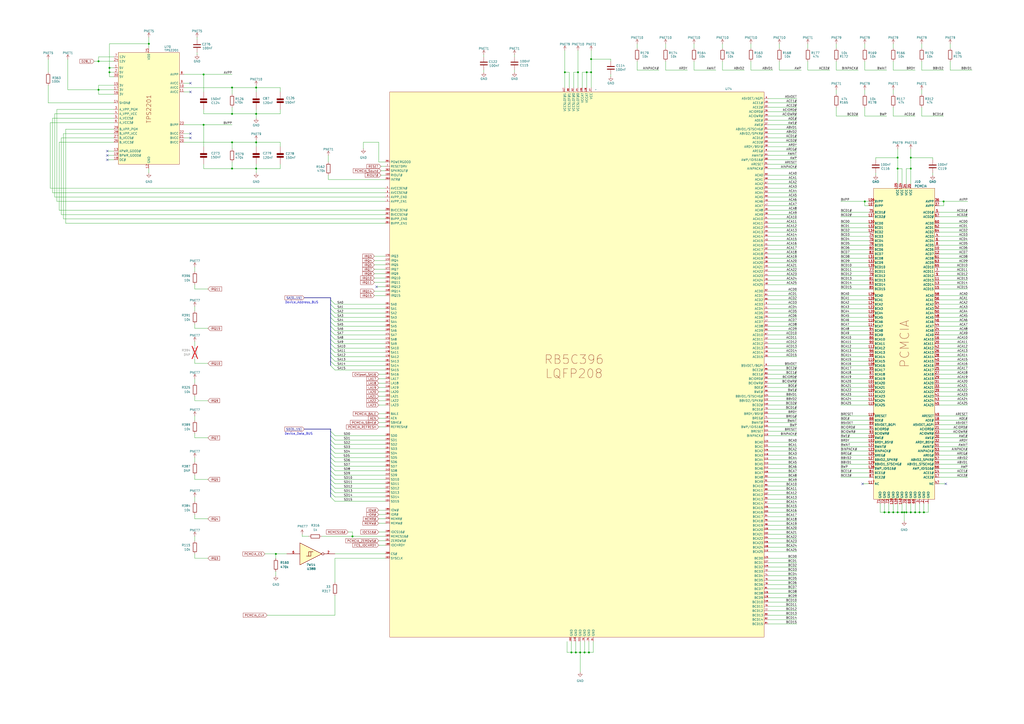
<source format=kicad_sch>
(kicad_sch (version 20250114) (generator "eeschema") (generator_version "9.0")
  (paper "A2")
  (title_block (title "PC110") (company "Recreated by: Ahmad Byagowi"))
  (text "Device_Data_BUS" (at 173.228 251.714 0) (effects (font (size 1.27 1.27))))
  (text "Device_Address_BUS" (at 175.006 175.514 0) (effects (font (size 1.27 1.27))))
  (junction (at 134.62 66.04))
  (junction (at 118.11 72.39))
  (junction (at 515.62 297.18))
  (junction (at 63.5 39.37))
  (junction (at 148.59 97.79))
  (junction (at 86.36 25.4))
  (junction (at 134.62 50.8))
  (junction (at 533.4 297.18))
  (junction (at 528.32 297.18))
  (junction (at 148.59 50.8))
  (junction (at 160.02 321.31))
  (junction (at 530.86 297.18))
  (junction (at 520.7 91.44))
  (junction (at 520.7 297.18))
  (junction (at 528.32 97.79))
  (junction (at 204.47 311.15))
  (junction (at 342.9 41.91))
  (junction (at 513.08 297.18))
  (junction (at 342.9 34.29))
  (junction (at 535.94 297.18))
  (junction (at 335.28 41.91))
  (junction (at 327.66 41.91))
  (junction (at 334.01 378.46))
  (junction (at 528.32 91.44))
  (junction (at 57.15 52.07))
  (junction (at 525.78 297.18))
  (junction (at 518.16 297.18))
  (junction (at 341.63 378.46))
  (junction (at 148.59 66.04))
  (junction (at 520.7 97.79))
  (junction (at 547.37 116.84))
  (junction (at 148.59 82.55))
  (junction (at 134.62 82.55))
  (junction (at 63.5 41.91))
  (junction (at 134.62 97.79))
  (junction (at 118.11 43.18))
  (junction (at 340.36 41.91))
  (junction (at 57.15 35.56))
  (junction (at 524.51 297.18))
  (junction (at 523.24 297.18))
  (junction (at 339.09 378.46))
  (junction (at 336.55 378.46))
  (junction (at 331.47 378.46))
  (junction (at 501.65 116.84))
  (no_connect (at 110.49 48.26))
  (no_connect (at 62.23 87.63))
  (no_connect (at 548.64 280.67))
  (no_connect (at 110.49 53.34))
  (no_connect (at 110.49 80.01))
  (no_connect (at 62.23 90.17))
  (no_connect (at 500.38 280.67))
  (no_connect (at 218.44 166.37))
  (no_connect (at 110.49 77.47))
  (no_connect (at 62.23 92.71))
  (bus_entry (at 191.77 262.89) (size 2.54 2.54))
  (bus_entry (at 191.77 181.61) (size 2.54 2.54))
  (bus_entry (at 191.77 201.93) (size 2.54 2.54))
  (bus_entry (at 191.77 257.81) (size 2.54 2.54))
  (bus_entry (at 191.77 209.55) (size 2.54 2.54))
  (bus_entry (at 191.77 194.31) (size 2.54 2.54))
  (bus_entry (at 191.77 255.27) (size 2.54 2.54))
  (bus_entry (at 191.77 280.67) (size 2.54 2.54))
  (bus_entry (at 191.77 278.13) (size 2.54 2.54))
  (bus_entry (at 191.77 207.01) (size 2.54 2.54))
  (bus_entry (at 191.77 288.29) (size 2.54 2.54))
  (bus_entry (at 191.77 265.43) (size 2.54 2.54))
  (bus_entry (at 191.77 275.59) (size 2.54 2.54))
  (bus_entry (at 191.77 212.09) (size 2.54 2.54))
  (bus_entry (at 191.77 204.47) (size 2.54 2.54))
  (bus_entry (at 191.77 196.85) (size 2.54 2.54))
  (bus_entry (at 191.77 267.97) (size 2.54 2.54))
  (bus_entry (at 191.77 285.75) (size 2.54 2.54))
  (bus_entry (at 191.77 260.35) (size 2.54 2.54))
  (bus_entry (at 191.77 270.51) (size 2.54 2.54))
  (bus_entry (at 191.77 273.05) (size 2.54 2.54))
  (bus_entry (at 191.77 252.73) (size 2.54 2.54))
  (bus_entry (at 191.77 283.21) (size 2.54 2.54))
  (bus_entry (at 191.77 199.39) (size 2.54 2.54))
  (bus_entry (at 191.77 184.15) (size 2.54 2.54))
  (bus_entry (at 191.77 176.53) (size 2.54 2.54))
  (bus_entry (at 191.77 186.69) (size 2.54 2.54))
  (bus_entry (at 191.77 189.23) (size 2.54 2.54))
  (bus_entry (at 191.77 191.77) (size 2.54 2.54))
  (bus_entry (at 191.77 179.07) (size 2.54 2.54))
  (bus_entry (at 191.77 173.99) (size 2.54 2.54))
  (bus_entry (at 191.77 250.19) (size 2.54 2.54))
  (wire (pts (xy 219.71 222.25) (xy 223.52 222.25)))
  (wire (pts (xy 194.31 176.53) (xy 223.52 176.53)))
  (wire (pts (xy 504.19 243.84) (xy 487.68 243.84)))
  (wire (pts (xy 118.11 95.25) (xy 118.11 97.79)))
  (wire (pts (xy 445.77 307.34) (xy 462.28 307.34)))
  (wire (pts (xy 327.66 41.91) (xy 327.66 50.8)))
  (wire (pts (xy 520.7 292.1) (xy 520.7 297.18)))
  (wire (pts (xy 219.71 232.41) (xy 223.52 232.41)))
  (wire (pts (xy 204.47 308.61) (xy 204.47 311.15)))
  (wire (pts (xy 445.77 281.94) (xy 462.28 281.94)))
  (bus (pts (xy 191.77 273.05) (xy 191.77 275.59)))
  (wire (pts (xy 327.66 29.21) (xy 327.66 41.91)))
  (wire (pts (xy 106.68 53.34) (xy 110.49 53.34)))
  (wire (pts (xy 113.03 251.46) (xy 113.03 254)))
  (wire (pts (xy 445.77 139.7) (xy 462.28 139.7)))
  (wire (pts (xy 445.77 284.48) (xy 462.28 284.48)))
  (wire (pts (xy 445.77 149.86) (xy 462.28 149.86)))
  (wire (pts (xy 369.57 40.64) (xy 382.27 40.64)))
  (wire (pts (xy 445.77 90.17) (xy 462.28 90.17)))
  (wire (pts (xy 114.3 21.59) (xy 114.3 22.86)))
  (wire (pts (xy 330.2 41.91) (xy 327.66 41.91)))
  (wire (pts (xy 544.83 167.64) (xy 561.34 167.64)))
  (wire (pts (xy 445.77 132.08) (xy 462.28 132.08)))
  (wire (pts (xy 544.83 224.79) (xy 561.34 224.79)))
  (wire (pts (xy 217.17 171.45) (xy 223.52 171.45)))
  (wire (pts (xy 544.83 227.33) (xy 561.34 227.33)))
  (wire (pts (xy 445.77 227.33) (xy 462.28 227.33)))
  (wire (pts (xy 504.19 224.79) (xy 487.68 224.79)))
  (wire (pts (xy 544.83 241.3) (xy 561.34 241.3)))
  (wire (pts (xy 339.09 372.11) (xy 339.09 378.46)))
  (wire (pts (xy 445.77 229.87) (xy 462.28 229.87)))
  (wire (pts (xy 445.77 82.55) (xy 462.28 82.55)))
  (wire (pts (xy 33.02 63.5) (xy 66.04 63.5)))
  (wire (pts (xy 194.31 212.09) (xy 223.52 212.09)))
  (wire (pts (xy 452.12 25.4) (xy 452.12 27.94)))
  (wire (pts (xy 219.71 93.98) (xy 219.71 82.55)))
  (wire (pts (xy 504.19 194.31) (xy 487.68 194.31)))
  (wire (pts (xy 186.69 311.15) (xy 204.47 311.15)))
  (wire (pts (xy 544.83 165.1) (xy 561.34 165.1)))
  (wire (pts (xy 544.83 264.16) (xy 561.34 264.16)))
  (bus (pts (xy 191.77 201.93) (xy 191.77 199.39)))
  (wire (pts (xy 445.77 201.93) (xy 462.28 201.93)))
  (wire (pts (xy 113.03 278.13) (xy 120.65 278.13)))
  (wire (pts (xy 402.59 40.64) (xy 415.29 40.64)))
  (wire (pts (xy 504.19 196.85) (xy 487.68 196.85)))
  (wire (pts (xy 504.19 149.86) (xy 487.68 149.86)))
  (wire (pts (xy 223.52 93.98) (xy 219.71 93.98)))
  (wire (pts (xy 66.04 44.45) (xy 63.5 44.45)))
  (wire (pts (xy 219.71 245.11) (xy 223.52 245.11)))
  (wire (pts (xy 485.14 62.23) (xy 485.14 67.31)))
  (wire (pts (xy 217.17 151.13) (xy 223.52 151.13)))
  (wire (pts (xy 194.31 201.93) (xy 223.52 201.93)))
  (wire (pts (xy 223.52 111.76) (xy 30.48 111.76)))
  (wire (pts (xy 435.61 40.64) (xy 448.31 40.64)))
  (wire (pts (xy 331.47 372.11) (xy 331.47 378.46)))
  (wire (pts (xy 501.65 25.4) (xy 501.65 27.94)))
  (wire (pts (xy 66.04 35.56) (xy 57.15 35.56)))
  (wire (pts (xy 504.19 157.48) (xy 487.68 157.48)))
  (wire (pts (xy 445.77 346.71) (xy 462.28 346.71)))
  (wire (pts (xy 194.31 321.31) (xy 223.52 321.31)))
  (wire (pts (xy 194.31 194.31) (xy 223.52 194.31)))
  (wire (pts (xy 445.77 256.54) (xy 462.28 256.54)))
  (wire (pts (xy 504.19 160.02) (xy 487.68 160.02)))
  (wire (pts (xy 500.38 280.67) (xy 504.19 280.67)))
  (wire (pts (xy 113.03 165.1) (xy 113.03 167.64)))
  (wire (pts (xy 504.19 212.09) (xy 487.68 212.09)))
  (wire (pts (xy 113.03 198.12) (xy 113.03 200.66)))
  (wire (pts (xy 487.68 125.73) (xy 504.19 125.73)))
  (wire (pts (xy 518.16 40.64) (xy 530.86 40.64)))
  (wire (pts (xy 194.31 207.01) (xy 223.52 207.01)))
  (bus (pts (xy 191.77 212.09) (xy 191.77 209.55)))
  (wire (pts (xy 35.56 124.46) (xy 35.56 80.01)))
  (wire (pts (xy 336.55 372.11) (xy 336.55 378.46)))
  (wire (pts (xy 504.19 162.56) (xy 487.68 162.56)))
  (wire (pts (xy 544.83 162.56) (xy 561.34 162.56)))
  (wire (pts (xy 445.77 87.63) (xy 462.28 87.63)))
  (wire (pts (xy 541.02 101.6) (xy 541.02 100.33)))
  (bus (pts (xy 191.77 250.19) (xy 191.77 252.73)))
  (wire (pts (xy 544.83 132.08) (xy 561.34 132.08)))
  (wire (pts (xy 341.63 372.11) (xy 341.63 378.46)))
  (wire (pts (xy 504.19 152.4) (xy 487.68 152.4)))
  (wire (pts (xy 148.59 50.8) (xy 134.62 50.8)))
  (bus (pts (xy 191.77 189.23) (xy 191.77 186.69)))
  (wire (pts (xy 445.77 359.41) (xy 462.28 359.41)))
  (wire (pts (xy 194.31 323.85) (xy 223.52 323.85)))
  (wire (pts (xy 39.37 34.29) (xy 39.37 52.07)))
  (wire (pts (xy 544.83 229.87) (xy 561.34 229.87)))
  (wire (pts (xy 57.15 52.07) (xy 66.04 52.07)))
  (bus (pts (xy 191.77 191.77) (xy 191.77 189.23)))
  (wire (pts (xy 445.77 320.04) (xy 462.28 320.04)))
  (wire (pts (xy 544.83 157.48) (xy 561.34 157.48)))
  (wire (pts (xy 336.55 378.46) (xy 339.09 378.46)))
  (wire (pts (xy 504.19 176.53) (xy 487.68 176.53)))
  (wire (pts (xy 544.83 194.31) (xy 561.34 194.31)))
  (wire (pts (xy 544.83 254) (xy 561.34 254)))
  (bus (pts (xy 191.77 194.31) (xy 191.77 191.77)))
  (wire (pts (xy 220.98 99.06) (xy 223.52 99.06)))
  (wire (pts (xy 194.31 285.75) (xy 223.52 285.75)))
  (wire (pts (xy 525.78 292.1) (xy 525.78 297.18)))
  (wire (pts (xy 113.03 265.43) (xy 113.03 267.97)))
  (wire (pts (xy 354.33 44.45) (xy 354.33 43.18)))
  (wire (pts (xy 544.83 186.69) (xy 561.34 186.69)))
  (wire (pts (xy 336.55 378.46) (xy 336.55 389.89)))
  (wire (pts (xy 528.32 86.36) (xy 528.32 91.44)))
  (wire (pts (xy 66.04 74.93) (xy 38.1 74.93)))
  (wire (pts (xy 544.83 184.15) (xy 561.34 184.15)))
  (wire (pts (xy 504.19 189.23) (xy 487.68 189.23)))
  (wire (pts (xy 504.19 234.95) (xy 487.68 234.95)))
  (wire (pts (xy 339.09 378.46) (xy 341.63 378.46)))
  (wire (pts (xy 504.19 191.77) (xy 487.68 191.77)))
  (wire (pts (xy 544.83 276.86) (xy 561.34 276.86)))
  (wire (pts (xy 148.59 82.55) (xy 134.62 82.55)))
  (wire (pts (xy 62.23 87.63) (xy 66.04 87.63)))
  (wire (pts (xy 34.29 82.55) (xy 66.04 82.55)))
  (wire (pts (xy 445.77 247.65) (xy 462.28 247.65)))
  (wire (pts (xy 445.77 334.01) (xy 462.28 334.01)))
  (wire (pts (xy 504.19 139.7) (xy 487.68 139.7)))
  (wire (pts (xy 445.77 349.25) (xy 462.28 349.25)))
  (wire (pts (xy 336.55 378.46) (xy 334.01 378.46)))
  (wire (pts (xy 328.93 372.11) (xy 328.93 378.46)))
  (wire (pts (xy 445.77 222.25) (xy 462.28 222.25)))
  (wire (pts (xy 435.61 25.4) (xy 435.61 27.94)))
  (wire (pts (xy 419.1 35.56) (xy 419.1 40.64)))
  (wire (pts (xy 504.19 142.24) (xy 487.68 142.24)))
  (wire (pts (xy 520.7 97.79) (xy 523.24 97.79)))
  (wire (pts (xy 534.67 35.56) (xy 534.67 40.64)))
  (wire (pts (xy 544.83 271.78) (xy 561.34 271.78)))
  (wire (pts (xy 501.65 67.31) (xy 514.35 67.31)))
  (wire (pts (xy 445.77 259.08) (xy 462.28 259.08)))
  (wire (pts (xy 445.77 80.01) (xy 462.28 80.01)))
  (wire (pts (xy 445.77 59.69) (xy 462.28 59.69)))
  (wire (pts (xy 544.83 171.45) (xy 561.34 171.45)))
  (wire (pts (xy 38.1 74.93) (xy 38.1 129.54)))
  (wire (pts (xy 445.77 344.17) (xy 462.28 344.17)))
  (wire (pts (xy 445.77 299.72) (xy 462.28 299.72)))
  (wire (pts (xy 544.83 232.41) (xy 561.34 232.41)))
  (wire (pts (xy 86.36 100.33) (xy 86.36 97.79)))
  (bus (pts (xy 191.77 196.85) (xy 191.77 194.31)))
  (wire (pts (xy 468.63 25.4) (xy 468.63 27.94)))
  (wire (pts (xy 445.77 212.09) (xy 462.28 212.09)))
  (wire (pts (xy 524.51 297.18) (xy 524.51 302.26)))
  (wire (pts (xy 445.77 186.69) (xy 462.28 186.69)))
  (bus (pts (xy 191.77 265.43) (xy 191.77 267.97)))
  (wire (pts (xy 445.77 214.63) (xy 462.28 214.63)))
  (wire (pts (xy 504.19 222.25) (xy 487.68 222.25)))
  (wire (pts (xy 118.11 72.39) (xy 134.62 72.39)))
  (wire (pts (xy 219.71 247.65) (xy 223.52 247.65)))
  (wire (pts (xy 445.77 85.09) (xy 462.28 85.09)))
  (wire (pts (xy 62.23 92.71) (xy 66.04 92.71)))
  (wire (pts (xy 487.68 256.54) (xy 504.19 256.54)))
  (wire (pts (xy 57.15 54.61) (xy 57.15 52.07)))
  (bus (pts (xy 191.77 199.39) (xy 191.77 196.85)))
  (wire (pts (xy 445.77 312.42) (xy 462.28 312.42)))
  (wire (pts (xy 487.68 116.84) (xy 501.65 116.84)))
  (wire (pts (xy 504.19 137.16) (xy 487.68 137.16)))
  (wire (pts (xy 29.21 71.12) (xy 66.04 71.12)))
  (wire (pts (xy 223.52 121.92) (xy 34.29 121.92)))
  (bus (pts (xy 176.53 172.72) (xy 191.77 172.72)))
  (wire (pts (xy 518.16 67.31) (xy 530.86 67.31)))
  (wire (pts (xy 118.11 43.18) (xy 106.68 43.18)))
  (wire (pts (xy 544.83 217.17) (xy 561.34 217.17)))
  (wire (pts (xy 435.61 35.56) (xy 435.61 40.64)))
  (wire (pts (xy 508 91.44) (xy 520.7 91.44)))
  (wire (pts (xy 445.77 304.8) (xy 462.28 304.8)))
  (wire (pts (xy 386.08 35.56) (xy 386.08 40.64)))
  (wire (pts (xy 445.77 287.02) (xy 462.28 287.02)))
  (wire (pts (xy 544.83 196.85) (xy 561.34 196.85)))
  (wire (pts (xy 63.5 39.37) (xy 66.04 39.37)))
  (wire (pts (xy 445.77 121.92) (xy 462.28 121.92)))
  (wire (pts (xy 445.77 317.5) (xy 462.28 317.5)))
  (wire (pts (xy 57.15 35.56) (xy 57.15 33.02)))
  (wire (pts (xy 445.77 124.46) (xy 462.28 124.46)))
  (wire (pts (xy 445.77 302.26) (xy 462.28 302.26)))
  (wire (pts (xy 29.21 109.22) (xy 29.21 71.12)))
  (wire (pts (xy 118.11 85.09) (xy 118.11 72.39)))
  (wire (pts (xy 544.83 274.32) (xy 561.34 274.32)))
  (wire (pts (xy 544.83 129.54) (xy 561.34 129.54)))
  (wire (pts (xy 66.04 54.61) (xy 57.15 54.61)))
  (wire (pts (xy 504.19 181.61) (xy 487.68 181.61)))
  (wire (pts (xy 419.1 40.64) (xy 431.8 40.64)))
  (wire (pts (xy 162.56 85.09) (xy 162.56 82.55)))
  (wire (pts (xy 445.77 196.85) (xy 462.28 196.85)))
  (wire (pts (xy 445.77 104.14) (xy 462.28 104.14)))
  (wire (pts (xy 513.08 292.1) (xy 513.08 297.18)))
  (wire (pts (xy 219.71 219.71) (xy 223.52 219.71)))
  (wire (pts (xy 134.62 97.79) (xy 134.62 93.98)))
  (wire (pts (xy 544.83 251.46) (xy 561.34 251.46)))
  (wire (pts (xy 504.19 254) (xy 487.68 254)))
  (wire (pts (xy 57.15 52.07) (xy 39.37 52.07)))
  (wire (pts (xy 113.03 177.8) (xy 113.03 180.34)))
  (wire (pts (xy 114.3 31.75) (xy 114.3 30.48)))
  (wire (pts (xy 223.52 124.46) (xy 35.56 124.46)))
  (bus (pts (xy 191.77 257.81) (xy 191.77 260.35)))
  (wire (pts (xy 504.19 219.71) (xy 487.68 219.71)))
  (wire (pts (xy 219.71 242.57) (xy 223.52 242.57)))
  (wire (pts (xy 148.59 53.34) (xy 148.59 50.8)))
  (wire (pts (xy 445.77 274.32) (xy 462.28 274.32)))
  (wire (pts (xy 533.4 297.18) (xy 535.94 297.18)))
  (wire (pts (xy 518.16 62.23) (xy 518.16 67.31)))
  (wire (pts (xy 528.32 292.1) (xy 528.32 297.18)))
  (bus (pts (xy 191.77 173.99) (xy 191.77 172.72)))
  (wire (pts (xy 194.31 280.67) (xy 223.52 280.67)))
  (wire (pts (xy 523.24 297.18) (xy 524.51 297.18)))
  (wire (pts (xy 504.19 276.86) (xy 487.68 276.86)))
  (wire (pts (xy 445.77 111.76) (xy 462.28 111.76)))
  (wire (pts (xy 445.77 261.62) (xy 462.28 261.62)))
  (wire (pts (xy 544.83 173.99) (xy 561.34 173.99)))
  (wire (pts (xy 544.83 219.71) (xy 561.34 219.71)))
  (wire (pts (xy 194.31 209.55) (xy 223.52 209.55)))
  (wire (pts (xy 194.31 257.81) (xy 223.52 257.81)))
  (wire (pts (xy 280.67 31.75) (xy 280.67 33.02)))
  (wire (pts (xy 544.83 248.92) (xy 561.34 248.92)))
  (wire (pts (xy 148.59 81.28) (xy 148.59 82.55)))
  (wire (pts (xy 504.19 129.54) (xy 487.68 129.54)))
  (wire (pts (xy 220.98 101.6) (xy 223.52 101.6)))
  (bus (pts (xy 191.77 278.13) (xy 191.77 280.67)))
  (wire (pts (xy 118.11 72.39) (xy 106.68 72.39)))
  (wire (pts (xy 160.02 321.31) (xy 160.02 323.85)))
  (wire (pts (xy 194.31 262.89) (xy 223.52 262.89)))
  (wire (pts (xy 445.77 232.41) (xy 462.28 232.41)))
  (wire (pts (xy 445.77 361.95) (xy 462.28 361.95)))
  (wire (pts (xy 134.62 50.8) (xy 134.62 54.61)))
  (wire (pts (xy 354.33 34.29) (xy 342.9 34.29)))
  (wire (pts (xy 504.19 167.64) (xy 487.68 167.64)))
  (wire (pts (xy 485.14 25.4) (xy 485.14 27.94)))
  (wire (pts (xy 57.15 52.07) (xy 57.15 49.53)))
  (wire (pts (xy 544.83 199.39) (xy 561.34 199.39)))
  (wire (pts (xy 331.47 378.46) (xy 334.01 378.46)))
  (wire (pts (xy 530.86 292.1) (xy 530.86 297.18)))
  (wire (pts (xy 217.17 153.67) (xy 223.52 153.67)))
  (wire (pts (xy 445.77 219.71) (xy 462.28 219.71)))
  (wire (pts (xy 337.82 50.8) (xy 337.82 41.91)))
  (wire (pts (xy 204.47 311.15) (xy 223.52 311.15)))
  (wire (pts (xy 518.16 52.07) (xy 518.16 54.61)))
  (wire (pts (xy 504.19 232.41) (xy 487.68 232.41)))
  (wire (pts (xy 445.77 72.39) (xy 462.28 72.39)))
  (wire (pts (xy 487.68 269.24) (xy 504.19 269.24)))
  (wire (pts (xy 334.01 372.11) (xy 334.01 378.46)))
  (wire (pts (xy 523.24 292.1) (xy 523.24 297.18)))
  (wire (pts (xy 544.83 137.16) (xy 561.34 137.16)))
  (bus (pts (xy 191.77 248.92) (xy 191.77 250.19)))
  (wire (pts (xy 445.77 168.91) (xy 462.28 168.91)))
  (wire (pts (xy 162.56 82.55) (xy 148.59 82.55)))
  (wire (pts (xy 551.18 35.56) (xy 551.18 40.64)))
  (wire (pts (xy 175.26 309.88) (xy 175.26 311.15)))
  (bus (pts (xy 191.77 283.21) (xy 191.77 285.75)))
  (wire (pts (xy 501.65 116.84) (xy 504.19 116.84)))
  (wire (pts (xy 504.19 201.93) (xy 487.68 201.93)))
  (wire (pts (xy 217.17 156.21) (xy 223.52 156.21)))
  (wire (pts (xy 113.03 288.29) (xy 113.03 290.83)))
  (wire (pts (xy 544.83 259.08) (xy 561.34 259.08)))
  (wire (pts (xy 194.31 337.82) (xy 194.31 323.85)))
  (wire (pts (xy 194.31 184.15) (xy 223.52 184.15)))
  (wire (pts (xy 194.31 273.05) (xy 223.52 273.05)))
  (wire (pts (xy 219.71 234.95) (xy 223.52 234.95)))
  (wire (pts (xy 341.63 378.46) (xy 344.17 378.46)))
  (wire (pts (xy 342.9 29.21) (xy 342.9 34.29)))
  (wire (pts (xy 528.32 297.18) (xy 530.86 297.18)))
  (wire (pts (xy 547.37 116.84) (xy 544.83 116.84)))
  (wire (pts (xy 62.23 90.17) (xy 66.04 90.17)))
  (wire (pts (xy 113.03 275.59) (xy 113.03 278.13)))
  (wire (pts (xy 194.31 270.51) (xy 223.52 270.51)))
  (wire (pts (xy 148.59 49.53) (xy 148.59 50.8)))
  (wire (pts (xy 445.77 297.18) (xy 462.28 297.18)))
  (wire (pts (xy 162.56 95.25) (xy 162.56 97.79)))
  (wire (pts (xy 162.56 63.5) (xy 162.56 66.04)))
  (wire (pts (xy 544.83 246.38) (xy 561.34 246.38)))
  (wire (pts (xy 219.71 217.17) (xy 223.52 217.17)))
  (wire (pts (xy 194.31 199.39) (xy 223.52 199.39)))
  (wire (pts (xy 33.02 116.84) (xy 33.02 63.5)))
  (wire (pts (xy 445.77 69.85) (xy 462.28 69.85)))
  (wire (pts (xy 342.9 41.91) (xy 342.9 34.29)))
  (wire (pts (xy 445.77 314.96) (xy 462.28 314.96)))
  (wire (pts (xy 445.77 294.64) (xy 462.28 294.64)))
  (wire (pts (xy 445.77 64.77) (xy 462.28 64.77)))
  (bus (pts (xy 191.77 184.15) (xy 191.77 181.61)))
  (wire (pts (xy 160.02 331.47) (xy 160.02 334.01)))
  (wire (pts (xy 544.83 144.78) (xy 561.34 144.78)))
  (wire (pts (xy 504.19 165.1) (xy 487.68 165.1)))
  (wire (pts (xy 445.77 204.47) (xy 462.28 204.47)))
  (wire (pts (xy 445.77 309.88) (xy 462.28 309.88)))
  (wire (pts (xy 194.31 290.83) (xy 223.52 290.83)))
  (wire (pts (xy 335.28 41.91) (xy 335.28 50.8)))
  (wire (pts (xy 544.83 147.32) (xy 561.34 147.32)))
  (wire (pts (xy 148.59 100.33) (xy 148.59 97.79)))
  (wire (pts (xy 31.75 114.3) (xy 31.75 66.04)))
  (wire (pts (xy 504.19 134.62) (xy 487.68 134.62)))
  (wire (pts (xy 134.62 66.04) (xy 134.62 62.23)))
  (wire (pts (xy 535.94 297.18) (xy 538.48 297.18)))
  (wire (pts (xy 504.19 173.99) (xy 487.68 173.99)))
  (wire (pts (xy 534.67 40.64) (xy 547.37 40.64)))
  (wire (pts (xy 113.03 208.28) (xy 113.03 210.82)))
  (wire (pts (xy 445.77 279.4) (xy 462.28 279.4)))
  (wire (pts (xy 487.68 246.38) (xy 504.19 246.38)))
  (wire (pts (xy 544.83 243.84) (xy 561.34 243.84)))
  (wire (pts (xy 547.37 116.84) (xy 561.34 116.84)))
  (wire (pts (xy 219.71 240.03) (xy 223.52 240.03)))
  (wire (pts (xy 106.68 50.8) (xy 134.62 50.8)))
  (wire (pts (xy 445.77 162.56) (xy 462.28 162.56)))
  (wire (pts (xy 544.83 212.09) (xy 561.34 212.09)))
  (wire (pts (xy 544.83 204.47) (xy 561.34 204.47)))
  (wire (pts (xy 219.71 229.87) (xy 223.52 229.87)))
  (wire (pts (xy 445.77 252.73) (xy 462.28 252.73)))
  (wire (pts (xy 544.83 152.4) (xy 561.34 152.4)))
  (wire (pts (xy 57.15 49.53) (xy 66.04 49.53)))
  (wire (pts (xy 544.83 269.24) (xy 561.34 269.24)))
  (wire (pts (xy 194.31 181.61) (xy 223.52 181.61)))
  (wire (pts (xy 445.77 92.71) (xy 462.28 92.71)))
  (wire (pts (xy 513.08 297.18) (xy 515.62 297.18)))
  (wire (pts (xy 445.77 181.61) (xy 462.28 181.61)))
  (wire (pts (xy 445.77 101.6) (xy 462.28 101.6)))
  (wire (pts (xy 504.19 147.32) (xy 487.68 147.32)))
  (wire (pts (xy 219.71 227.33) (xy 223.52 227.33)))
  (wire (pts (xy 113.03 219.71) (xy 113.03 222.25)))
  (wire (pts (xy 445.77 173.99) (xy 462.28 173.99)))
  (wire (pts (xy 113.03 321.31) (xy 113.03 323.85)))
  (wire (pts (xy 194.31 189.23) (xy 223.52 189.23)))
  (wire (pts (xy 36.83 77.47) (xy 66.04 77.47)))
  (wire (pts (xy 544.83 191.77) (xy 561.34 191.77)))
  (wire (pts (xy 113.03 298.45) (xy 113.03 300.99)))
  (wire (pts (xy 501.65 35.56) (xy 501.65 40.64)))
  (bus (pts (xy 191.77 280.67) (xy 191.77 283.21)))
  (wire (pts (xy 501.65 52.07) (xy 501.65 54.61)))
  (wire (pts (xy 445.77 184.15) (xy 462.28 184.15)))
  (wire (pts (xy 210.82 82.55) (xy 210.82 86.36)))
  (wire (pts (xy 504.19 217.17) (xy 487.68 217.17)))
  (wire (pts (xy 402.59 35.56) (xy 402.59 40.64)))
  (wire (pts (xy 134.62 82.55) (xy 134.62 86.36)))
  (wire (pts (xy 219.71 303.53) (xy 223.52 303.53)))
  (wire (pts (xy 386.08 25.4) (xy 386.08 27.94)))
  (wire (pts (xy 160.02 321.31) (xy 166.37 321.31)))
  (wire (pts (xy 445.77 276.86) (xy 462.28 276.86)))
  (bus (pts (xy 191.77 176.53) (xy 191.77 173.99)))
  (wire (pts (xy 386.08 40.64) (xy 398.78 40.64)))
  (wire (pts (xy 445.77 97.79) (xy 462.28 97.79)))
  (wire (pts (xy 118.11 66.04) (xy 134.62 66.04)))
  (wire (pts (xy 445.77 62.23) (xy 462.28 62.23)))
  (wire (pts (xy 525.78 106.68) (xy 525.78 97.79)))
  (wire (pts (xy 544.83 261.62) (xy 561.34 261.62)))
  (wire (pts (xy 533.4 292.1) (xy 533.4 297.18)))
  (bus (pts (xy 191.77 179.07) (xy 191.77 176.53)))
  (wire (pts (xy 63.5 41.91) (xy 63.5 39.37)))
  (wire (pts (xy 445.77 154.94) (xy 462.28 154.94)))
  (bus (pts (xy 191.77 204.47) (xy 191.77 201.93)))
  (wire (pts (xy 154.94 356.87) (xy 194.31 356.87)))
  (wire (pts (xy 27.94 34.29) (xy 27.94 41.91)))
  (wire (pts (xy 445.77 245.11) (xy 462.28 245.11)))
  (wire (pts (xy 510.54 292.1) (xy 510.54 297.18)))
  (wire (pts (xy 113.03 241.3) (xy 113.03 243.84)))
  (wire (pts (xy 194.31 214.63) (xy 223.52 214.63)))
  (wire (pts (xy 445.77 336.55) (xy 462.28 336.55)))
  (wire (pts (xy 544.83 160.02) (xy 561.34 160.02)))
  (wire (pts (xy 528.32 97.79) (xy 528.32 106.68)))
  (wire (pts (xy 445.77 354.33) (xy 462.28 354.33)))
  (wire (pts (xy 544.83 176.53) (xy 561.34 176.53)))
  (wire (pts (xy 118.11 97.79) (xy 134.62 97.79)))
  (wire (pts (xy 501.65 119.38) (xy 501.65 116.84)))
  (wire (pts (xy 445.77 134.62) (xy 462.28 134.62)))
  (wire (pts (xy 113.03 229.87) (xy 113.03 232.41)))
  (wire (pts (xy 217.17 148.59) (xy 223.52 148.59)))
  (wire (pts (xy 510.54 297.18) (xy 513.08 297.18)))
  (wire (pts (xy 515.62 292.1) (xy 515.62 297.18)))
  (bus (pts (xy 191.77 262.89) (xy 191.77 265.43)))
  (wire (pts (xy 445.77 147.32) (xy 462.28 147.32)))
  (wire (pts (xy 194.31 255.27) (xy 223.52 255.27)))
  (wire (pts (xy 452.12 35.56) (xy 452.12 40.64)))
  (wire (pts (xy 223.52 116.84) (xy 33.02 116.84)))
  (wire (pts (xy 148.59 66.04) (xy 134.62 66.04)))
  (wire (pts (xy 63.5 39.37) (xy 63.5 25.4)))
  (wire (pts (xy 487.68 266.7) (xy 504.19 266.7)))
  (wire (pts (xy 445.77 240.03) (xy 462.28 240.03)))
  (wire (pts (xy 445.77 326.39) (xy 462.28 326.39)))
  (wire (pts (xy 530.86 297.18) (xy 533.4 297.18)))
  (wire (pts (xy 445.77 339.09) (xy 462.28 339.09)))
  (wire (pts (xy 66.04 59.69) (xy 27.94 59.69)))
  (wire (pts (xy 534.67 52.07) (xy 534.67 54.61)))
  (wire (pts (xy 194.31 267.97) (xy 223.52 267.97)))
  (wire (pts (xy 402.59 25.4) (xy 402.59 27.94)))
  (wire (pts (xy 544.83 179.07) (xy 561.34 179.07)))
  (wire (pts (xy 445.77 67.31) (xy 462.28 67.31)))
  (wire (pts (xy 504.19 204.47) (xy 487.68 204.47)))
  (wire (pts (xy 544.83 142.24) (xy 561.34 142.24)))
  (wire (pts (xy 523.24 106.68) (xy 523.24 97.79)))
  (wire (pts (xy 148.59 63.5) (xy 148.59 66.04)))
  (bus (pts (xy 191.77 252.73) (xy 191.77 255.27)))
  (wire (pts (xy 538.48 297.18) (xy 538.48 292.1)))
  (wire (pts (xy 219.71 224.79) (xy 223.52 224.79)))
  (wire (pts (xy 544.83 181.61) (xy 561.34 181.61)))
  (wire (pts (xy 445.77 95.25) (xy 462.28 95.25)))
  (bus (pts (xy 191.77 186.69) (xy 191.77 184.15)))
  (wire (pts (xy 544.83 234.95) (xy 561.34 234.95)))
  (wire (pts (xy 504.19 171.45) (xy 487.68 171.45)))
  (wire (pts (xy 508 92.71) (xy 508 91.44)))
  (wire (pts (xy 445.77 137.16) (xy 462.28 137.16)))
  (wire (pts (xy 445.77 194.31) (xy 462.28 194.31)))
  (wire (pts (xy 504.19 251.46) (xy 487.68 251.46)))
  (wire (pts (xy 445.77 74.93) (xy 462.28 74.93)))
  (wire (pts (xy 485.14 67.31) (xy 497.84 67.31)))
  (wire (pts (xy 445.77 271.78) (xy 462.28 271.78)))
  (wire (pts (xy 544.83 256.54) (xy 561.34 256.54)))
  (wire (pts (xy 113.03 311.15) (xy 113.03 313.69)))
  (wire (pts (xy 504.19 199.39) (xy 487.68 199.39)))
  (wire (pts (xy 118.11 43.18) (xy 134.62 43.18)))
  (wire (pts (xy 445.77 269.24) (xy 462.28 269.24)))
  (wire (pts (xy 544.83 266.7) (xy 561.34 266.7)))
  (wire (pts (xy 30.48 68.58) (xy 66.04 68.58)))
  (wire (pts (xy 223.52 109.22) (xy 29.21 109.22)))
  (wire (pts (xy 354.33 35.56) (xy 354.33 34.29)))
  (wire (pts (xy 337.82 41.91) (xy 340.36 41.91)))
  (wire (pts (xy 534.67 67.31) (xy 547.37 67.31)))
  (wire (pts (xy 445.77 160.02) (xy 462.28 160.02)))
  (wire (pts (xy 445.77 116.84) (xy 462.28 116.84)))
  (wire (pts (xy 445.77 77.47) (xy 462.28 77.47)))
  (bus (pts (xy 191.77 275.59) (xy 191.77 278.13)))
  (wire (pts (xy 525.78 97.79) (xy 528.32 97.79)))
  (wire (pts (xy 485.14 35.56) (xy 485.14 40.64)))
  (wire (pts (xy 220.98 96.52) (xy 223.52 96.52)))
  (wire (pts (xy 504.19 214.63) (xy 487.68 214.63)))
  (wire (pts (xy 504.19 264.16) (xy 487.68 264.16)))
  (wire (pts (xy 501.65 40.64) (xy 514.35 40.64)))
  (wire (pts (xy 504.19 184.15) (xy 487.68 184.15)))
  (wire (pts (xy 113.03 167.64) (xy 120.65 167.64)))
  (wire (pts (xy 201.93 308.61) (xy 204.47 308.61)))
  (wire (pts (xy 445.77 289.56) (xy 462.28 289.56)))
  (wire (pts (xy 113.03 300.99) (xy 120.65 300.99)))
  (wire (pts (xy 194.31 179.07) (xy 223.52 179.07)))
  (wire (pts (xy 445.77 127) (xy 462.28 127)))
  (wire (pts (xy 544.83 149.86) (xy 561.34 149.86)))
  (wire (pts (xy 148.59 68.58) (xy 148.59 66.04)))
  (wire (pts (xy 468.63 35.56) (xy 468.63 40.64)))
  (wire (pts (xy 118.11 63.5) (xy 118.11 66.04)))
  (wire (pts (xy 31.75 66.04) (xy 66.04 66.04)))
  (wire (pts (xy 487.68 261.62) (xy 504.19 261.62)))
  (wire (pts (xy 445.77 323.85) (xy 462.28 323.85)))
  (wire (pts (xy 86.36 21.59) (xy 86.36 25.4)))
  (wire (pts (xy 445.77 152.4) (xy 462.28 152.4)))
  (wire (pts (xy 445.77 224.79) (xy 462.28 224.79)))
  (wire (pts (xy 113.03 323.85) (xy 120.65 323.85)))
  (wire (pts (xy 340.36 50.8) (xy 340.36 41.91)))
  (wire (pts (xy 63.5 25.4) (xy 86.36 25.4)))
  (bus (pts (xy 191.77 267.97) (xy 191.77 270.51)))
  (bus (pts (xy 191.77 270.51) (xy 191.77 273.05)))
  (wire (pts (xy 86.36 25.4) (xy 86.36 27.94)))
  (wire (pts (xy 445.77 157.48) (xy 462.28 157.48)))
  (wire (pts (xy 504.19 119.38) (xy 501.65 119.38)))
  (wire (pts (xy 504.19 271.78) (xy 487.68 271.78)))
  (wire (pts (xy 520.7 86.36) (xy 520.7 91.44)))
  (wire (pts (xy 162.56 66.04) (xy 148.59 66.04)))
  (wire (pts (xy 520.7 297.18) (xy 523.24 297.18)))
  (wire (pts (xy 504.19 259.08) (xy 487.68 259.08)))
  (wire (pts (xy 332.74 50.8) (xy 332.74 41.91)))
  (wire (pts (xy 217.17 163.83) (xy 223.52 163.83)))
  (wire (pts (xy 162.56 97.79) (xy 148.59 97.79)))
  (wire (pts (xy 106.68 80.01) (xy 110.49 80.01)))
  (wire (pts (xy 280.67 41.91) (xy 280.67 40.64)))
  (wire (pts (xy 544.83 207.01) (xy 561.34 207.01)))
  (wire (pts (xy 544.83 134.62) (xy 561.34 134.62)))
  (wire (pts (xy 219.71 295.91) (xy 223.52 295.91)))
  (bus (pts (xy 191.77 260.35) (xy 191.77 262.89)))
  (wire (pts (xy 520.7 91.44) (xy 520.7 97.79)))
  (wire (pts (xy 504.19 186.69) (xy 487.68 186.69)))
  (wire (pts (xy 551.18 40.64) (xy 563.88 40.64)))
  (wire (pts (xy 342.9 41.91) (xy 342.9 50.8)))
  (wire (pts (xy 113.03 154.94) (xy 113.03 157.48)))
  (wire (pts (xy 106.68 48.26) (xy 110.49 48.26)))
  (wire (pts (xy 113.03 187.96) (xy 113.03 190.5)))
  (wire (pts (xy 528.32 91.44) (xy 528.32 97.79)))
  (wire (pts (xy 515.62 297.18) (xy 518.16 297.18)))
  (wire (pts (xy 218.44 166.37) (xy 223.52 166.37)))
  (wire (pts (xy 445.77 171.45) (xy 462.28 171.45)))
  (wire (pts (xy 340.36 41.91) (xy 342.9 41.91)))
  (wire (pts (xy 298.45 41.91) (xy 298.45 40.64)))
  (wire (pts (xy 223.52 114.3) (xy 31.75 114.3)))
  (wire (pts (xy 544.83 154.94) (xy 561.34 154.94)))
  (wire (pts (xy 219.71 82.55) (xy 210.82 82.55)))
  (wire (pts (xy 547.37 119.38) (xy 547.37 116.84)))
  (wire (pts (xy 452.12 40.64) (xy 464.82 40.64)))
  (wire (pts (xy 445.77 57.15) (xy 462.28 57.15)))
  (wire (pts (xy 501.65 62.23) (xy 501.65 67.31)))
  (wire (pts (xy 194.31 191.77) (xy 223.52 191.77)))
  (wire (pts (xy 445.77 217.17) (xy 462.28 217.17)))
  (wire (pts (xy 544.83 189.23) (xy 561.34 189.23)))
  (wire (pts (xy 298.45 31.75) (xy 298.45 33.02)))
  (wire (pts (xy 445.77 165.1) (xy 462.28 165.1)))
  (wire (pts (xy 534.67 62.23) (xy 534.67 67.31)))
  (wire (pts (xy 445.77 341.63) (xy 462.28 341.63)))
  (wire (pts (xy 219.71 313.69) (xy 223.52 313.69)))
  (wire (pts (xy 445.77 234.95) (xy 462.28 234.95)))
  (wire (pts (xy 328.93 378.46) (xy 331.47 378.46)))
  (wire (pts (xy 217.17 161.29) (xy 223.52 161.29)))
  (wire (pts (xy 504.19 241.3) (xy 487.68 241.3)))
  (wire (pts (xy 194.31 278.13) (xy 223.52 278.13)))
  (wire (pts (xy 445.77 266.7) (xy 462.28 266.7)))
  (wire (pts (xy 544.83 201.93) (xy 561.34 201.93)))
  (wire (pts (xy 113.03 254) (xy 120.65 254)))
  (wire (pts (xy 445.77 179.07) (xy 462.28 179.07)))
  (bus (pts (xy 191.77 255.27) (xy 191.77 257.81)))
  (wire (pts (xy 485.14 52.07) (xy 485.14 54.61)))
  (wire (pts (xy 518.16 297.18) (xy 520.7 297.18)))
  (wire (pts (xy 504.19 144.78) (xy 487.68 144.78)))
  (wire (pts (xy 551.18 25.4) (xy 551.18 27.94)))
  (wire (pts (xy 504.19 229.87) (xy 487.68 229.87)))
  (wire (pts (xy 63.5 44.45) (xy 63.5 41.91)))
  (wire (pts (xy 162.56 53.34) (xy 162.56 50.8)))
  (wire (pts (xy 445.77 144.78) (xy 462.28 144.78)))
  (wire (pts (xy 332.74 41.91) (xy 335.28 41.91)))
  (wire (pts (xy 544.83 125.73) (xy 561.34 125.73)))
  (wire (pts (xy 504.19 248.92) (xy 487.68 248.92)))
  (wire (pts (xy 445.77 264.16) (xy 462.28 264.16)))
  (wire (pts (xy 217.17 158.75) (xy 223.52 158.75)))
  (wire (pts (xy 485.14 40.64) (xy 497.84 40.64)))
  (wire (pts (xy 468.63 40.64) (xy 481.33 40.64)))
  (wire (pts (xy 445.77 119.38) (xy 462.28 119.38)))
  (wire (pts (xy 162.56 50.8) (xy 148.59 50.8)))
  (wire (pts (xy 219.71 308.61) (xy 223.52 308.61)))
  (wire (pts (xy 544.83 280.67) (xy 548.64 280.67)))
  (wire (pts (xy 113.03 232.41) (xy 120.65 232.41)))
  (wire (pts (xy 508 101.6) (xy 508 100.33)))
  (wire (pts (xy 524.51 297.18) (xy 525.78 297.18)))
  (wire (pts (xy 194.31 288.29) (xy 223.52 288.29)))
  (wire (pts (xy 445.77 106.68) (xy 462.28 106.68)))
  (wire (pts (xy 63.5 41.91) (xy 66.04 41.91)))
  (wire (pts (xy 504.19 154.94) (xy 487.68 154.94)))
  (wire (pts (xy 194.31 204.47) (xy 223.52 204.47)))
  (wire (pts (xy 445.77 109.22) (xy 462.28 109.22)))
  (wire (pts (xy 445.77 250.19) (xy 462.28 250.19)))
  (wire (pts (xy 535.94 292.1) (xy 535.94 297.18)))
  (wire (pts (xy 520.7 97.79) (xy 520.7 106.68)))
  (bus (pts (xy 191.77 181.61) (xy 191.77 179.07)))
  (wire (pts (xy 445.77 242.57) (xy 462.28 242.57)))
  (wire (pts (xy 544.83 139.7) (xy 561.34 139.7)))
  (bus (pts (xy 191.77 209.55) (xy 191.77 207.01)))
  (wire (pts (xy 194.31 265.43) (xy 223.52 265.43)))
  (wire (pts (xy 445.77 356.87) (xy 462.28 356.87)))
  (wire (pts (xy 445.77 129.54) (xy 462.28 129.54)))
  (wire (pts (xy 190.5 90.17) (xy 190.5 93.98)))
  (wire (pts (xy 219.71 298.45) (xy 223.52 298.45)))
  (wire (pts (xy 445.77 191.77) (xy 462.28 191.77)))
  (wire (pts (xy 445.77 292.1) (xy 462.28 292.1)))
  (wire (pts (xy 194.31 275.59) (xy 223.52 275.59)))
  (wire (pts (xy 36.83 127) (xy 36.83 77.47)))
  (wire (pts (xy 525.78 297.18) (xy 528.32 297.18)))
  (wire (pts (xy 445.77 176.53) (xy 462.28 176.53)))
  (wire (pts (xy 544.83 214.63) (xy 561.34 214.63)))
  (wire (pts (xy 445.77 351.79) (xy 462.28 351.79)))
  (wire (pts (xy 118.11 53.34) (xy 118.11 43.18)))
  (wire (pts (xy 445.77 199.39) (xy 462.28 199.39)))
  (wire (pts (xy 194.31 196.85) (xy 223.52 196.85)))
  (wire (pts (xy 369.57 35.56) (xy 369.57 40.64)))
  (bus (pts (xy 176.53 248.92) (xy 191.77 248.92)))
  (wire (pts (xy 194.31 260.35) (xy 223.52 260.35)))
  (wire (pts (xy 194.31 283.21) (xy 223.52 283.21)))
  (wire (pts (xy 27.94 59.69) (xy 27.94 49.53)))
  (wire (pts (xy 148.59 85.09) (xy 148.59 82.55)))
  (wire (pts (xy 504.19 179.07) (xy 487.68 179.07)))
  (wire (pts (xy 194.31 186.69) (xy 223.52 186.69)))
  (wire (pts (xy 335.28 29.21) (xy 335.28 41.91)))
  (wire (pts (xy 106.68 82.55) (xy 134.62 82.55)))
  (wire (pts (xy 190.5 104.14) (xy 223.52 104.14)))
  (wire (pts (xy 344.17 372.11) (xy 344.17 378.46)))
  (wire (pts (xy 148.59 95.25) (xy 148.59 97.79)))
  (wire (pts (xy 35.56 80.01) (xy 66.04 80.01)))
  (wire (pts (xy 419.1 25.4) (xy 419.1 27.94)))
  (wire (pts (xy 106.68 77.47) (xy 110.49 77.47)))
  (wire (pts (xy 518.16 25.4) (xy 518.16 27.94)))
  (wire (pts (xy 544.83 123.19) (xy 561.34 123.19)))
  (wire (pts (xy 219.71 316.23) (xy 223.52 316.23)))
  (bus (pts (xy 191.77 285.75) (xy 191.77 288.29)))
  (wire (pts (xy 504.19 209.55) (xy 487.68 209.55)))
  (wire (pts (xy 445.77 189.23) (xy 462.28 189.23)))
  (wire (pts (xy 544.83 209.55) (xy 561.34 209.55)))
  (wire (pts (xy 113.03 210.82) (xy 120.65 210.82)))
  (wire (pts (xy 504.19 132.08) (xy 487.68 132.08)))
  (wire (pts (xy 518.16 292.1) (xy 518.16 297.18)))
  (wire (pts (xy 194.31 345.44) (xy 194.31 356.87)))
  (wire (pts (xy 223.52 127) (xy 36.83 127)))
  (wire (pts (xy 57.15 33.02) (xy 66.04 33.02)))
  (wire (pts (xy 369.57 25.4) (xy 369.57 27.94)))
  (wire (pts (xy 445.77 207.01) (xy 462.28 207.01)))
  (wire (pts (xy 30.48 111.76) (xy 30.48 68.58)))
  (wire (pts (xy 445.77 142.24) (xy 462.28 142.24)))
  (wire (pts (xy 487.68 123.19) (xy 504.19 123.19)))
  (wire (pts (xy 518.16 35.56) (xy 518.16 40.64)))
  (wire (pts (xy 219.71 300.99) (xy 223.52 300.99)))
  (wire (pts (xy 38.1 129.54) (xy 223.52 129.54)))
  (wire (pts (xy 175.26 311.15) (xy 179.07 311.15)))
  (wire (pts (xy 534.67 25.4) (xy 534.67 27.94)))
  (wire (pts (xy 113.03 190.5) (xy 120.65 190.5)))
  (wire (pts (xy 330.2 50.8) (xy 330.2 41.91)))
  (wire (pts (xy 541.02 91.44) (xy 528.32 91.44)))
  (wire (pts (xy 504.19 207.01) (xy 487.68 207.01)))
  (wire (pts (xy 148.59 97.79) (xy 134.62 97.79)))
  (wire (pts (xy 217.17 168.91) (xy 223.52 168.91)))
  (wire (pts (xy 544.83 119.38) (xy 547.37 119.38)))
  (wire (pts (xy 34.29 121.92) (xy 34.29 82.55)))
  (wire (pts (xy 544.83 222.25) (xy 561.34 222.25)))
  (wire (pts (xy 504.19 227.33) (xy 487.68 227.33)))
  (wire (pts (xy 153.67 321.31) (xy 160.02 321.31)))
  (wire (pts (xy 445.77 328.93) (xy 462.28 328.93)))
  (wire (pts (xy 504.19 274.32) (xy 487.68 274.32)))
  (wire (pts (xy 194.31 252.73) (xy 223.52 252.73)))
  (bus (pts (xy 191.77 207.01) (xy 191.77 204.47)))
  (wire (pts (xy 445.77 237.49) (xy 462.28 237.49)))
  (wire (pts (xy 445.77 331.47) (xy 462.28 331.47)))
  (wire (pts (xy 54.61 35.56) (xy 57.15 35.56)))
  (wire (pts (xy 541.02 92.71) (xy 541.02 91.44)))
  (wire (pts (xy 190.5 101.6) (xy 190.5 104.14)))
  (wire (pts (xy 445.77 114.3) (xy 462.28 114.3)))
  (label "BCA19" (at 462.28 304.8 180))
  (label "ACE1#" (at 561.34 274.32 180))
  (label "AWP" (at 462.28 92.71 180))
  (label "SD3" (at 203.2 260.35 180))
  (label "ACD1#" (at 561.34 123.19 180))
  (label "BCA21" (at 487.68 224.79 0))
  (label "BRDY" (at 530.86 40.64 180))
  (label "ACA7" (at 561.34 189.23 180))
  (label "BCA6" (at 462.28 271.78 180))
  (label "ACD13" (at 462.28 201.93 180))
  (label "ACA25" (at 462.28 165.1 180))
  (label "ACD2" (at 561.34 134.62 180))
  (label "BRDY" (at 487.68 256.54 0))
  (label "BCD15" (at 487.68 167.64 0))
  (label "ACA9" (at 561.34 194.31 180))
  (label "BCA15" (at 462.28 294.64 180))
  (label "BCA25" (at 487.68 234.95 0))
  (label "BCA23" (at 462.28 314.96 180))
  (label "ACA23" (at 561.34 229.87 180))
  (label "BCA14" (at 462.28 292.1 180))
  (label "BCD5" (at 487.68 142.24 0))
  (label "BRESET" (at 462.28 250.19 180))
  (label "BCA19" (at 487.68 219.71 0))
  (label "SA2" (at 195.58 181.61 0))
  (label "ACIORD#" (at 462.28 64.77 180))
  (label "ACA6" (at 561.34 186.69 180))
  (label "ACD13" (at 561.34 162.56 180))
  (label "ACD0" (at 561.34 129.54 180))
  (label "BCA5" (at 487.68 184.15 0))
  (label "ACA25" (at 561.34 234.95 180))
  (label "ACD4" (at 561.34 139.7 180))
  (label "ACA21" (at 561.34 224.79 180))
  (label "BCA2" (at 462.28 261.62 180))
  (label "BCA17" (at 487.68 214.63 0))
  (label "BCD5" (at 462.28 336.55 180))
  (label "AOE#" (at 462.28 69.85 180))
  (label "B5VDET" (at 487.68 246.38 0))
  (label "BCIOWR#" (at 462.28 222.25 180))
  (label "AWP" (at 464.82 40.64 180))
  (label "ACD5" (at 561.34 142.24 180))
  (label "ACA16" (at 561.34 212.09 180))
  (label "ACA0" (at 561.34 171.45 180))
  (label "BBVD2" (at 487.68 266.7 0))
  (label "ACD2#" (at 561.34 125.73 180))
  (label "SD15" (at 204.47 290.83 180))
  (label "BWE#" (at 487.68 254 0))
  (label "ACD14" (at 561.34 165.1 180))
  (label "ACA20" (at 561.34 222.25 180))
  (label "ARESET" (at 462.28 95.25 180))
  (label "ACD10" (at 561.34 154.94 180))
  (label "ABVD1" (at 448.31 40.64 180))
  (label "ABVD2" (at 561.34 266.7 180))
  (label "BCD2#" (at 487.68 125.73 0))
  (label "ACA15" (at 462.28 139.7 180))
  (label "BWP" (at 514.35 67.31 180))
  (label "BCD4" (at 462.28 334.01 180))
  (label "ACA2" (at 561.34 176.53 180))
  (label "BCA13" (at 487.68 204.47 0))
  (label "ACD14" (at 462.28 204.47 180))
  (label "BCD2" (at 462.28 328.93 180))
  (label "ACD15" (at 462.28 207.01 180))
  (label "ACD3" (at 561.34 137.16 180))
  (label "AWE#" (at 462.28 72.39 180))
  (label "BCD14" (at 462.28 359.41 180))
  (label "BCD1" (at 462.28 326.39 180))
  (label "BCA22" (at 462.28 312.42 180))
  (label "ACA1" (at 561.34 173.99 180))
  (label "ACA0" (at 462.28 101.6 180))
  (label "ACA18" (at 561.34 217.17 180))
  (label "BCA17" (at 462.28 299.72 180))
  (label "BINPACK#" (at 462.28 252.73 180))
  (label "BCD1" (at 487.68 132.08 0))
  (label "BCIORD#" (at 487.68 248.92 0))
  (label "SA14" (at 195.58 212.09 0))
  (label "ACA11" (at 561.34 199.39 180))
  (label "ACA9" (at 462.28 124.46 180))
  (label "BCA10" (at 487.68 196.85 0))
  (label "SA5" (at 195.58 189.23 0))
  (label "BRESET" (at 487.68 241.3 0))
  (label "BCD3" (at 462.28 331.47 180))
  (label "BCA25" (at 462.28 320.04 180))
  (label "BCD11" (at 487.68 157.48 0))
  (label "SA15" (at 195.58 214.63 0))
  (label "BCA9" (at 487.68 194.31 0))
  (label "A5VDET" (at 561.34 246.38 180))
  (label "SA7" (at 195.58 194.31 0))
  (label "BCD11" (at 462.28 351.79 180))
  (label "BWAIT" (at 514.35 40.64 180))
  (label "BBVD1" (at 487.68 269.24 0))
  (label "BCA1" (at 487.68 173.99 0))
  (label "BCD12" (at 462.28 354.33 180))
  (label "ACA24" (at 462.28 162.56 180))
  (label "ACD15" (at 561.34 167.64 180))
  (label "BCA20" (at 487.68 222.25 0))
  (label "ACA10" (at 462.28 127 180))
  (label "BCA0" (at 462.28 256.54 180))
  (label "BCA2" (at 487.68 176.53 0))
  (label "ACE2#" (at 561.34 276.86 180))
  (label "ABVD2" (at 431.8 40.64 180))
  (label "BCD14" (at 487.68 165.1 0))
  (label "ACA19" (at 561.34 219.71 180))
  (label "ABVD2" (at 462.28 77.47 180))
  (label "BINPACK#" (at 487.68 261.62 0))
  (label "ACD7" (at 462.28 186.69 180))
  (label "SD1" (at 203.2 255.27 180))
  (label "ACD12" (at 561.34 160.02 180))
  (label "ACA19" (at 462.28 149.86 180))
  (label "ACA3" (at 561.34 179.07 180))
  (label "ARESET" (at 561.34 241.3 180))
  (label "ACA13" (at 462.28 134.62 180))
  (label "BBVD1" (at 563.88 40.64 180))
  (label "BWAIT" (at 487.68 259.08 0))
  (label "BCA22" (at 487.68 227.33 0))
  (label "AWE#" (at 561.34 254 180))
  (label "BOE#" (at 487.68 243.84 0))
  (label "BCE1#" (at 462.28 217.17 180))
  (label "BCD15" (at 462.28 361.95 180))
  (label "BCD0" (at 487.68 129.54 0))
  (label "ACA24" (at 561.34 232.41 180))
  (label "BBVD2" (at 462.28 232.41 180))
  (label "BCA24" (at 462.28 317.5 180))
  (label "AREG#" (at 561.34 264.16 180))
  (label "ACA5" (at 462.28 114.3 180))
  (label "ACD6" (at 462.28 184.15 180))
  (label "BCIOWR#" (at 487.68 251.46 0))
  (label "BBVD2" (at 547.37 40.64 180))
  (label "ACA4" (at 462.28 111.76 180))
  (label "ACA8" (at 462.28 121.92 180))
  (label "AVPP" (at 134.62 43.18 180))
  (label "BCD2#" (at 497.84 67.31 180))
  (label "ACD1#" (at 530.86 67.31 180))
  (label "SA11" (at 195.58 204.47 0))
  (label "ACD9" (at 462.28 191.77 180))
  (label "BCD7" (at 487.68 147.32 0))
  (label "AINPACK#" (at 382.27 40.64 180))
  (label "ACA11" (at 462.28 129.54 180))
  (label "BCA13" (at 462.28 289.56 180))
  (label "BCE1#" (at 487.68 274.32 0))
  (label "BCA3" (at 487.68 179.07 0))
  (label "BCD8" (at 462.28 344.17 180))
  (label "BCD8" (at 487.68 149.86 0))
  (label "ACA4" (at 561.34 181.61 180))
  (label "BCA24" (at 487.68 232.41 0))
  (label "BCA14" (at 487.68 207.01 0))
  (label "ACD1#" (at 462.28 80.01 180))
  (label "ACA12" (at 462.28 132.08 180))
  (label "ACA12" (at 561.34 201.93 180))
  (label "SA13" (at 195.58 209.55 0))
  (label "ACD8" (at 561.34 149.86 180))
  (label "BCA7" (at 462.28 274.32 180))
  (label "ACA2" (at 462.28 106.68 180))
  (label "BCA3" (at 462.28 264.16 180))
  (label "ACD11" (at 462.28 196.85 180))
  (label "ACD1" (at 561.34 132.08 180))
  (label "SA9" (at 195.58 199.39 0))
  (label "ACIOWR#" (at 462.28 67.31 180))
  (label "BCD1#" (at 487.68 123.19 0))
  (label "SD2" (at 203.2 257.81 180))
  (label "AINPACK#" (at 561.34 261.62 180))
  (label "ACA13" (at 561.34 204.47 180))
  (label "BRDY" (at 462.28 240.03 180))
  (label "BINPACK#" (at 497.84 40.64 180))
  (label "ACD3" (at 462.28 176.53 180))
  (label "SD7" (at 203.2 270.51 180))
  (label "BCA12" (at 462.28 287.02 180))
  (label "BCE2#" (at 487.68 276.86 0))
  (label "BCA16" (at 462.28 297.18 180))
  (label "ACD2" (at 462.28 173.99 180))
  (label "ACA18" (at 462.28 147.32 180))
  (label "BBVD1" (at 462.28 229.87 180))
  (label "AOE#" (at 561.34 243.84 180))
  (label "ACD11" (at 561.34 157.48 180))
  (label "ACD7" (at 561.34 147.32 180))
  (label "BWP" (at 487.68 271.78 0))
  (label "ABVD1" (at 462.28 74.93 180))
  (label "BCA8" (at 487.68 191.77 0))
  (label "BCA1" (at 462.28 259.08 180))
  (label "SA12" (at 195.58 207.01 0))
  (label "BCD7" (at 462.28 341.63 180))
  (label "ACD9" (at 561.34 152.4 180))
  (label "BCA0" (at 487.68 171.45 0))
  (label "ACE1#" (at 462.28 59.69 180))
  (label "ACA17" (at 462.28 144.78 180))
  (label "BCD2" (at 487.68 134.62 0))
  (label "ACD0" (at 462.28 168.91 180))
  (label "SA4" (at 195.58 186.69 0))
  (label "ACA6" (at 462.28 116.84 180))
  (label "ACE2#" (at 462.28 62.23 180))
  (label "SD11" (at 204.47 280.67 180))
  (label "ACA17" (at 561.34 214.63 180))
  (label "SA10" (at 195.58 201.93 0))
  (label "BCD6" (at 462.28 339.09 180))
  (label "ACA21" (at 462.28 154.94 180))
  (label "SA0" (at 195.58 176.53 0))
  (label "SD12" (at 204.47 283.21 180))
  (label "SA8" (at 195.58 196.85 0))
  (label "ABVD1" (at 561.34 269.24 180))
  (label "BCD9" (at 487.68 152.4 0))
  (label "BCD1#" (at 547.37 67.31 180))
  (label "AWAIT" (at 462.28 90.17 180))
  (label "ACIOWR#" (at 561.34 251.46 180))
  (label "BCD13" (at 487.68 162.56 0))
  (label "BCD9" (at 462.28 346.71 180))
  (label "SD4" (at 203.2 262.89 180))
  (label "AVPP" (at 561.34 116.84 180))
  (label "ACA23" (at 462.28 160.02 180))
  (label "BCD4" (at 487.68 139.7 0))
  (label "ACA10" (at 561.34 196.85 180))
  (label "ACA15" (at 561.34 209.55 180))
  (label "ACD6" (at 561.34 144.78 180))
  (label "SA6" (at 195.58 191.77 0))
  (label "ACD12" (at 462.28 199.39 180))
  (label "SD8" (at 203.2 273.05 180))
  (label "BCA9" (at 462.28 279.4 180))
  (label "ARDY" (at 561.34 256.54 180))
  (label "ACIORD#" (at 561.34 248.92 180))
  (label "BVPP" (at 134.62 72.39 180))
  (label "ACD8" (at 462.28 189.23 180))
  (label "BCD2#" (at 462.28 234.95 180))
  (label "BCA15" (at 487.68 209.55 0))
  (label "BCA12" (at 487.68 201.93 0))
  (label "BCA16" (at 487.68 212.09 0))
  (label "BCD12" (at 487.68 160.02 0))
  (label "BCA4" (at 487.68 181.61 0))
  (label "SD6" (at 203.2 267.97 180))
  (label "ACA8" (at 561.34 191.77 180))
  (label "BCA18" (at 487.68 217.17 0))
  (label "SD0" (at 203.2 252.73 180))
  (label "BWAIT" (at 462.28 245.11 180))
  (label "AINPACK#" (at 462.28 97.79 180))
  (label "BCA8" (at 462.28 276.86 180))
  (label "SA3" (at 195.58 184.15 0))
  (label "ACA22" (at 561.34 227.33 180))
  (label "BCD10" (at 462.28 349.25 180))
  (label "SD14" (at 204.47 288.29 180))
  (label "BCD3" (at 487.68 137.16 0))
  (label "BCE2#" (at 462.28 214.63 180))
  (label "BCD0" (at 462.28 323.85 180))
  (label "ACA14" (at 561.34 207.01 180))
  (label "BCA23" (at 487.68 229.87 0))
  (label "BOE#" (at 462.28 224.79 180))
  (label "SD10" (at 204.47 278.13 180))
  (label "BCA21" (at 462.28 309.88 180))
  (label "BCA7" (at 487.68 189.23 0))
  (label "ARDY" (at 398.78 40.64 180))
  (label "BCD1#" (at 462.28 237.49 180))
  (label "ACA20" (at 462.28 152.4 180))
  (label "B5VDET" (at 462.28 212.09 180))
  (label "ACA16" (at 462.28 142.24 180))
  (label "AWAIT" (at 561.34 259.08 180))
  (label "BWP" (at 462.28 247.65 180))
  (label "BCD10" (at 487.68 154.94 0))
  (label "BCA10" (at 462.28 281.94 180))
  (label "AWAIT" (at 415.29 40.64 180))
  (label "BREG#" (at 462.28 242.57 180))
  (label "BCA18" (at 462.28 302.26 180))
  (label "BREG#" (at 487.68 264.16 0))
  (label "ACA3" (at 462.28 109.22 180))
  (label "BWE#" (at 462.28 227.33 180))
  (label "BCA11" (at 462.28 284.48 180))
  (label "A5VDET" (at 462.28 57.15 180))
  (label "ACA5" (at 561.34 184.15 180))
  (label "BCA5" (at 462.28 269.24 180))
  (label "BCA20" (at 462.28 307.34 180))
  (label "BCA4" (at 462.28 266.7 180))
  (label "ARDY" (at 462.28 85.09 180))
  (label "ACD10" (at 462.28 194.31 180))
  (label "ACA22" (at 462.28 157.48 180))
  (label "BVPP" (at 487.68 116.84 0))
  (label "ACD1" (at 462.28 171.45 180))
  (label "ACD4" (at 462.28 179.07 180))
  (label "ACA7" (at 462.28 119.38 180))
  (label "AWP" (at 561.34 271.78 180))
  (label "ACA1" (at 462.28 104.14 180))
  (label "SD5" (at 203.0351 265.43 180))
  (label "SD13" (at 204.47 285.75 180))
  (label "BCA6" (at 487.68 186.69 0))
  (label "SD9" (at 203.2 275.59 180))
  (label "ACD5" (at 462.28 181.61 180))
  (label "BCD13" (at 462.28 356.87 180))
  (label "ACD2#" (at 462.28 82.55 180))
  (label "AREG#" (at 462.28 87.63 180))
  (label "BCIORD#" (at 462.28 219.71 180))
  (label "BCA11" (at 487.68 199.39 0))
  (label "ACA14" (at 462.28 137.16 180))
  (label "SA1" (at 195.58 179.07 0))
  (label "ACD2#" (at 481.33 40.64 180))
  (label "BCD6" (at 487.68 144.78 0))
  (global_label "IRQ3" (shape input) (at 217.17 148.59 180) (property "Intersheetrefs" "${INTERSHEET_REFS}" (effects (hide yes))))
  (global_label "LA19" (shape input) (at 219.71 224.79 180) (property "Intersheetrefs" "${INTERSHEET_REFS}" (effects (hide yes))))
  (global_label "AEN" (shape input) (at 219.71 242.57 180) (property "Intersheetrefs" "${INTERSHEET_REFS}" (effects (hide yes))))
  (global_label "PCMCIA_Sound" (shape input) (at 220.98 99.06 180) (property "Intersheetrefs" "${INTERSHEET_REFS}" (effects (hide yes))))
  (global_label "IRQ15" (shape input) (at 120.65 190.5 0) (property "Intersheetrefs" "${INTERSHEET_REFS}" (effects (hide yes))))
  (global_label "LA21" (shape input) (at 219.71 229.87 180) (property "Intersheetrefs" "${INTERSHEET_REFS}" (effects (hide yes))))
  (global_label "IRQ5" (shape input) (at 217.17 153.67 180) (property "Intersheetrefs" "${INTERSHEET_REFS}" (effects (hide yes))))
  (global_label "Chipset_SA16" (shape input) (at 219.71 217.17 180) (property "Intersheetrefs" "${INTERSHEET_REFS}" (effects (hide yes))))
  (global_label "IRQ14" (shape input) (at 217.17 168.91 180) (property "Intersheetrefs" "${INTERSHEET_REFS}" (effects (hide yes))))
  (global_label "IRQ11" (shape input) (at 120.65 167.64 0) (property "Intersheetrefs" "${INTERSHEET_REFS}" (effects (hide yes))))
  (global_label "LA17" (shape input) (at 219.71 219.71 180) (property "Intersheetrefs" "${INTERSHEET_REFS}" (effects (hide yes))))
  (global_label "IRQ11" (shape input) (at 217.17 163.83 180) (property "Intersheetrefs" "${INTERSHEET_REFS}" (effects (hide yes))))
  (global_label "IRQ7" (shape input) (at 120.65 254 0) (property "Intersheetrefs" "${INTERSHEET_REFS}" (effects (hide yes))))
  (global_label "IRQ3" (shape input) (at 120.65 323.85 0) (property "Intersheetrefs" "${INTERSHEET_REFS}" (effects (hide yes))))
  (global_label "MEMR#" (shape input) (at 219.71 300.99 180) (property "Intersheetrefs" "${INTERSHEET_REFS}" (effects (hide yes))))
  (global_label "IRQ4" (shape input) (at 217.17 151.13 180) (property "Intersheetrefs" "${INTERSHEET_REFS}" (effects (hide yes))))
  (global_label "IOR#" (shape input) (at 219.71 298.45 180) (property "Intersheetrefs" "${INTERSHEET_REFS}" (effects (hide yes))))
  (global_label "PCMCIA_REFRESH" (shape input) (at 219.71 247.65 180) (property "Intersheetrefs" "${INTERSHEET_REFS}" (effects (hide yes))))
  (global_label "IRQ9" (shape input) (at 217.17 158.75 180) (property "Intersheetrefs" "${INTERSHEET_REFS}" (effects (hide yes))))
  (global_label "PCMCIA_BALE" (shape input) (at 219.71 240.03 180) (property "Intersheetrefs" "${INTERSHEET_REFS}" (effects (hide yes))))
  (global_label "IOW#" (shape input) (at 219.71 295.91 180) (property "Intersheetrefs" "${INTERSHEET_REFS}" (effects (hide yes))))
  (global_label "RESET" (shape input) (at 220.98 96.52 180) (property "Intersheetrefs" "${INTERSHEET_REFS}" (effects (hide yes))))
  (global_label "D28_1" (shape input) (at 54.61 35.56 180) (property "Intersheetrefs" "${INTERSHEET_REFS}" (effects (hide yes))))
  (global_label "IRQ4" (shape input) (at 120.65 300.99 0) (property "Intersheetrefs" "${INTERSHEET_REFS}" (effects (hide yes))))
  (global_label "LA20" (shape input) (at 219.71 227.33 180) (property "Intersheetrefs" "${INTERSHEET_REFS}" (effects (hide yes))))
  (global_label "LA22" (shape input) (at 219.71 232.41 180) (property "Intersheetrefs" "${INTERSHEET_REFS}" (effects (hide yes))))
  (global_label "IOCS16#" (shape input) (at 219.71 308.61 180) (property "Intersheetrefs" "${INTERSHEET_REFS}" (effects (hide yes))))
  (global_label "LA18" (shape input) (at 219.71 222.25 180) (property "Intersheetrefs" "${INTERSHEET_REFS}" (effects (hide yes))))
  (global_label "MEMCS16#" (shape input) (at 201.93 308.61 180) (property "Intersheetrefs" "${INTERSHEET_REFS}" (effects (hide yes))))
  (global_label "IRQ15" (shape input) (at 217.17 171.45 180) (property "Intersheetrefs" "${INTERSHEET_REFS}" (effects (hide yes))))
  (global_label "IRQ5" (shape input) (at 120.65 278.13 0) (property "Intersheetrefs" "${INTERSHEET_REFS}" (effects (hide yes))))
  (global_label "PCMCIA_CS" (shape input) (at 153.67 321.31 180) (property "Intersheetrefs" "${INTERSHEET_REFS}" (effects (hide yes))))
  (global_label "SA[0..15]" (shape input) (at 176.53 172.72 180) (property "Intersheetrefs" "${INTERSHEET_REFS}" (effects (hide yes))))
  (global_label "IRQ10" (shape input) (at 120.65 210.82 0) (property "Intersheetrefs" "${INTERSHEET_REFS}" (effects (hide yes))))
  (global_label "PCMCIA_ZEROWS#" (shape input) (at 219.71 313.69 180) (property "Intersheetrefs" "${INTERSHEET_REFS}" (effects (hide yes))))
  (global_label "RIOUT#" (shape input) (at 220.98 101.6 180) (property "Intersheetrefs" "${INTERSHEET_REFS}" (effects (hide yes))))
  (global_label "SD[0..15]" (shape input) (at 176.53 248.92 180) (property "Intersheetrefs" "${INTERSHEET_REFS}" (effects (hide yes))))
  (global_label "IRQ10" (shape input) (at 217.17 161.29 180) (property "Intersheetrefs" "${INTERSHEET_REFS}" (effects (hide yes))))
  (global_label "MEMW#" (shape input) (at 219.71 303.53 180) (property "Intersheetrefs" "${INTERSHEET_REFS}" (effects (hide yes))))
  (global_label "PCMCIA_SBHE#" (shape input) (at 219.71 245.11 180) (property "Intersheetrefs" "${INTERSHEET_REFS}" (effects (hide yes))))
  (global_label "IRQ7" (shape input) (at 217.17 156.21 180) (property "Intersheetrefs" "${INTERSHEET_REFS}" (effects (hide yes))))
  (global_label "IRQ9" (shape input) (at 120.65 232.41 0) (property "Intersheetrefs" "${INTERSHEET_REFS}" (effects (hide yes))))
  (global_label "LA23" (shape input) (at 219.71 234.95 180) (property "Intersheetrefs" "${INTERSHEET_REFS}" (effects (hide yes))))
  (global_label "PCMCIA_CLK" (shape input) (at 154.94 356.87 180) (property "Intersheetrefs" "${INTERSHEET_REFS}" (effects (hide yes))))
  (global_label "FCS_IOCHRDY" (shape input) (at 219.71 316.23 180) (property "Intersheetrefs" "${INTERSHEET_REFS}" (effects (hide yes))))
  (symbol (lib_id "Device:R") (at 182.88 311.15 90) (unit 1)
    (property "Reference" "R316" (at 182.88 304.8 90))
    (property "Value" "1k" (at 182.88 307.34 90))
    (property "Footprint" "PCM_Resistor_SMD_AKL:R_0402_1005Metric" (effects (hide yes)))
  )
  (symbol (lib_id "Device:R") (at 113.03 317.5 0) (mirror y) (unit 1)
    (property "Reference" "R115" (at 110.49 316.2299 0) (effects (justify left)))
    (property "Value" "10k" (at 110.49 318.7699 0) (effects (justify left)))
    (property "Footprint" "PCM_Resistor_SMD_AKL:R_0402_1005Metric" (effects (hide yes)))
  )
  (symbol (lib_id "power:VCC") (at 148.59 81.28 0) (unit 1)
    (property "Reference" "#PWR0567" (effects (hide yes)))
    (property "Value" "PNET9" (at 148.59 77.724 0))
    (property "Description" "Power symbol creates a global label with name \"VCC\"" (effects (hide yes)))
  )
  (symbol (lib_id "power:GND") (at 298.45 41.91 0) (unit 1)
    (property "Reference" "#PWR0619" (effects (hide yes)))
    (property "Value" "GND" (at 298.45 45.72 0))
    (property "Description" "Power symbol creates a global label with name \"GND\" , ground" (effects (hide yes)))
  )
  (symbol (lib_id "Device:R") (at 518.16 31.75 0) (unit 1)
    (property "Reference" "R166" (at 519.938 30.734 0) (effects (justify left)))
    (property "Value" "10k" (at 520.954 32.766 0) (effects (justify left)))
    (property "Footprint" "PCM_Resistor_SMD_AKL:R_0402_1005Metric" (effects (hide yes)))
  )
  (symbol (lib_id "power:VCC") (at 402.59 25.4 0) (unit 1)
    (property "Reference" "#PWR0605" (effects (hide yes)))
    (property "Value" "PNET10" (at 402.59 21.844 0))
    (property "Description" "Power symbol creates a global label with name \"VCC\"" (effects (hide yes)))
  )
  (symbol (lib_id "power:VCC") (at 369.57 25.4 0) (unit 1)
    (property "Reference" "#PWR0599" (effects (hide yes)))
    (property "Value" "PNET10" (at 369.57 21.844 0))
    (property "Description" "Power symbol creates a global label with name \"VCC\"" (effects (hide yes)))
  )
  (symbol (lib_id "Device:R") (at 534.67 58.42 0) (unit 1)
    (property "Reference" "R312" (at 536.448 57.404 0) (effects (justify left)))
    (property "Value" "47k" (at 537.464 59.436 0) (effects (justify left)))
    (property "Footprint" "Resistor_SMD:R_0402_1005Metric" (effects (hide yes)))
  )
  (symbol (lib_id "power:GND") (at 148.59 68.58 0) (unit 1)
    (property "Reference" "#PWR0569" (effects (hide yes)))
    (property "Value" "GND" (at 148.59 72.644 0))
    (property "Description" "Power symbol creates a global label with name \"GND\" , ground" (effects (hide yes)))
  )
  (symbol (lib_id "PC110:TPS2201") (at 86.36 63.5 0) (unit 1)
    (property "Reference" "U70" (at 95.25 27.178 0) (effects (justify left)))
    (property "Value" "TPS2201" (at 95.25 29.21 0) (effects (justify left)))
    (property "Footprint" "Package_SO:TSSOP-30_6.1x9.7mm_P0.65mm" (effects (hide yes)))
    (property "Datasheet" "https://github.com/ahmadexp/PC110-Mainboard-Schematic/blob/main/datasheets/bottom/12-TPS2201.PDF" (effects (hide yes)))
    (property "Description" "Dual-Slot PC Card Power-Interface Switches" (effects (hide yes)))
  )
  (symbol (lib_id "Device:R") (at 113.03 184.15 0) (mirror y) (unit 1)
    (property "Reference" "R391" (at 110.49 182.8799 0) (effects (justify left)))
    (property "Value" "10k" (at 110.49 185.4199 0) (effects (justify left)))
    (property "Footprint" "Resistor_SMD:R_0402_1005Metric" (effects (hide yes)))
  )
  (symbol (lib_id "power:VCC") (at 39.37 34.29 0) (unit 1)
    (property "Reference" "#PWR0560" (effects (hide yes)))
    (property "Value" "PNET1" (at 39.37 30.734 0))
    (property "Description" "Power symbol creates a global label with name \"VCC\"" (effects (hide yes)))
  )
  (symbol (lib_id "power:GND") (at 210.82 86.36 0) (unit 1)
    (property "Reference" "#PWR0583" (effects (hide yes)))
    (property "Value" "GND" (at 210.82 91.44 0))
    (property "Description" "Power symbol creates a global label with name \"GND\" , ground" (effects (hide yes)))
  )
  (symbol (lib_id "Device:R") (at 113.03 271.78 0) (mirror y) (unit 1)
    (property "Reference" "R387" (at 110.49 270.5099 0) (effects (justify left)))
    (property "Value" "DNP" (at 110.49 273.0499 0) (effects (justify left)))
    (property "Footprint" "Resistor_SMD:R_0402_1005Metric" (effects (hide yes)))
  )
  (symbol (lib_id "Device:R") (at 113.03 204.47 0) (mirror y) (unit 1) (dnp yes)
    (property "Reference" "R394" (at 110.49 203.1999 0) (effects (justify left)))
    (property "Value" "DNP" (at 110.49 205.7399 0) (effects (justify left)))
    (property "Footprint" "Resistor_SMD:R_0402_1005Metric" (effects (hide yes)))
  )
  (symbol (lib_id "power:GND") (at 160.02 334.01 0) (unit 1)
    (property "Reference" "#PWR0142" (effects (hide yes)))
    (property "Value" "GND" (at 160.02 339.09 0))
    (property "Description" "Power symbol creates a global label with name \"GND\" , ground" (effects (hide yes)))
  )
  (symbol (lib_id "power:VCC") (at 190.5 90.17 0) (unit 1)
    (property "Reference" "#PWR0555" (effects (hide yes)))
    (property "Value" "PNET1" (at 190.5 86.614 0))
    (property "Description" "Power symbol creates a global label with name \"VCC\"" (effects (hide yes)))
  )
  (symbol (lib_id "power:VCC") (at 113.03 241.3 0) (unit 1)
    (property "Reference" "#PWR0551" (effects (hide yes)))
    (property "Value" "PNET7" (at 113.03 237.744 0))
    (property "Description" "Power symbol creates a global label with name \"VCC\"" (effects (hide yes)))
  )
  (symbol (lib_id "power:VCC") (at 86.36 21.59 0) (unit 1)
    (property "Reference" "#PWR0559" (effects (hide yes)))
    (property "Value" "PNET5" (at 86.36 18.034 0))
    (property "Description" "Power symbol creates a global label with name \"VCC\"" (effects (hide yes)))
  )
  (symbol (lib_id "power:GND") (at 86.36 100.33 0) (unit 1)
    (property "Reference" "#PWR0556" (effects (hide yes)))
    (property "Value" "GND" (at 86.36 105.41 0))
    (property "Description" "Power symbol creates a global label with name \"GND\" , ground" (effects (hide yes)))
  )
  (symbol (lib_id "power:VCC") (at 518.16 52.07 0) (unit 1)
    (property "Reference" "#PWR0616" (effects (hide yes)))
    (property "Value" "PNET1" (at 518.16 48.514 0))
    (property "Description" "Power symbol creates a global label with name \"VCC\"" (effects (hide yes)))
  )
  (symbol (lib_id "power:VCC") (at 298.45 31.75 0) (unit 1)
    (property "Reference" "#PWR0621" (effects (hide yes)))
    (property "Value" "PNET1" (at 298.45 28.194 0))
    (property "Description" "Power symbol creates a global label with name \"VCC\"" (effects (hide yes)))
  )
  (symbol (lib_id "power:VCC") (at 113.03 311.15 0) (unit 1)
    (property "Reference" "#PWR0554" (effects (hide yes)))
    (property "Value" "PNET7" (at 113.03 307.594 0))
    (property "Description" "Power symbol creates a global label with name \"VCC\"" (effects (hide yes)))
  )
  (symbol (lib_id "Device:R") (at 485.14 31.75 0) (mirror x) (unit 1)
    (property "Reference" "R172" (at 486.918 32.766 0) (effects (justify left)))
    (property "Value" "10k" (at 487.934 30.734 0) (effects (justify left)))
    (property "Footprint" "PCM_Resistor_SMD_AKL:R_0402_1005Metric" (effects (hide yes)))
  )
  (symbol (lib_id "PCM_Elektuur:C") (at 162.56 90.17 0) (mirror x) (unit 1)
    (property "Reference" "C278" (at 165.608 89.154 0) (effects (justify left)))
    (property "Value" "150nF" (at 165.608 91.44 0) (effects (justify left)))
    (property "Footprint" "Capacitor_SMD:C_0402_1005Metric" (effects (hide yes)))
  )
  (symbol (lib_id "74xGxx:74LVC3G14") (at 181.61 321.31 0) (unit 2)
    (property "Reference" "U38" (at 180.594 329.946 0))
    (property "Value" "7W14" (at 180.34 327.66 0))
    (property "Footprint" "PC110:sso-8" (effects (hide yes)))
  )
  (symbol (lib_id "power:VCC") (at 148.59 49.53 0) (unit 1)
    (property "Reference" "#PWR0568" (effects (hide yes)))
    (property "Value" "PNET10" (at 148.59 45.974 0))
    (property "Description" "Power symbol creates a global label with name \"VCC\"" (effects (hide yes)))
  )
  (symbol (lib_id "power:GND") (at 541.02 101.6 0) (unit 1)
    (property "Reference" "#PWR0618" (effects (hide yes)))
    (property "Value" "GND" (at 541.02 105.41 0))
    (property "Description" "Power symbol creates a global label with name \"GND\" , ground" (effects (hide yes)))
  )
  (symbol (lib_id "Device:R") (at 518.16 58.42 0) (unit 1)
    (property "Reference" "R117" (at 519.938 57.404 0) (effects (justify left)))
    (property "Value" "47k" (at 520.954 59.436 0) (effects (justify left)))
    (property "Footprint" "PCM_Resistor_SMD_AKL:R_0402_1005Metric" (effects (hide yes)))
  )
  (symbol (lib_id "Device:C") (at 541.02 96.52 0) (mirror y) (unit 1)
    (property "Reference" "C119" (at 546.608 97.79 0))
    (property "Value" "100nF" (at 546.862 95.504 0))
    (property "Footprint" "Capacitor_SMD:C_0402_1005Metric" (effects (hide yes)))
  )
  (symbol (lib_id "power:VCC") (at 280.67 31.75 0) (unit 1)
    (property "Reference" "#PWR0622" (effects (hide yes)))
    (property "Value" "PNET1" (at 280.67 28.194 0))
    (property "Description" "Power symbol creates a global label with name \"VCC\"" (effects (hide yes)))
  )
  (symbol (lib_id "Device:R") (at 485.14 58.42 0) (mirror x) (unit 1)
    (property "Reference" "R165" (at 486.918 59.436 0) (effects (justify left)))
    (property "Value" "47k" (at 487.934 57.404 0) (effects (justify left)))
    (property "Footprint" "PCM_Resistor_SMD_AKL:R_0402_1005Metric" (effects (hide yes)))
  )
  (symbol (lib_id "power:GND") (at 114.3 31.75 0) (unit 1)
    (property "Reference" "#PWR0688" (effects (hide yes)))
    (property "Value" "GND" (at 114.3 35.56 0))
    (property "Description" "Power symbol creates a global label with name \"GND\" , ground" (effects (hide yes)))
  )
  (symbol (lib_id "Device:R") (at 435.61 31.75 0) (unit 1)
    (property "Reference" "R163" (at 437.388 30.734 0) (effects (justify left)))
    (property "Value" "10k" (at 438.404 32.766 0) (effects (justify left)))
    (property "Footprint" "PCM_Resistor_SMD_AKL:R_0402_1005Metric" (effects (hide yes)))
  )
  (symbol (lib_id "power:GND") (at 524.51 302.26 0) (unit 1)
    (property "Reference" "#PWR0576" (effects (hide yes)))
    (property "Value" "GND" (at 524.51 307.34 0))
    (property "Description" "Power symbol creates a global label with name \"GND\" , ground" (effects (hide yes)))
  )
  (symbol (lib_id "Device:R") (at 386.08 31.75 0) (unit 1)
    (property "Reference" "R174" (at 387.858 30.734 0) (effects (justify left)))
    (property "Value" "10k" (at 388.874 32.766 0) (effects (justify left)))
    (property "Footprint" "PCM_Resistor_SMD_AKL:R_0402_1005Metric" (effects (hide yes)))
  )
  (symbol (lib_id "power:VCC") (at 534.67 52.07 0) (unit 1)
    (property "Reference" "#PWR0681" (effects (hide yes)))
    (property "Value" "PNET1" (at 534.67 48.514 0))
    (property "Description" "Power symbol creates a global label with name \"VCC\"" (effects (hide yes)))
  )
  (symbol (lib_id "Device:C") (at 114.3 26.67 0) (mirror y) (unit 1)
    (property "Reference" "C276" (at 119.634 25.654 0))
    (property "Value" "100nF" (at 120.396 27.94 0))
    (property "Footprint" "Capacitor_SMD:C_0402_1005Metric" (effects (hide yes)))
  )
  (symbol (lib_id "power:VCC") (at 520.7 86.36 0) (unit 1)
    (property "Reference" "#PWR0585" (effects (hide yes)))
    (property "Value" "PNET9" (at 520.7 82.804 0))
    (property "Description" "Power symbol creates a global label with name \"VCC\"" (effects (hide yes)))
  )
  (symbol (lib_id "power:VCC") (at 534.67 25.4 0) (unit 1)
    (property "Reference" "#PWR0611" (effects (hide yes)))
    (property "Value" "PNET9" (at 534.67 21.844 0))
    (property "Description" "Power symbol creates a global label with name \"VCC\"" (effects (hide yes)))
  )
  (symbol (lib_id "power:VCC") (at 485.14 25.4 0) (unit 1)
    (property "Reference" "#PWR0603" (effects (hide yes)))
    (property "Value" "PNET9" (at 485.14 21.844 0))
    (property "Description" "Power symbol creates a global label with name \"VCC\"" (effects (hide yes)))
  )
  (symbol (lib_id "power:VCC") (at 114.3 21.59 0) (unit 1)
    (property "Reference" "#PWR0686" (effects (hide yes)))
    (property "Value" "PNET5" (at 114.3 18.034 0))
    (property "Description" "Power symbol creates a global label with name \"VCC\"" (effects (hide yes)))
  )
  (symbol (lib_id "Device:R") (at 113.03 226.06 0) (mirror y) (unit 1)
    (property "Reference" "R325" (at 110.49 224.7899 0) (effects (justify left)))
    (property "Value" "10k" (at 110.49 227.3299 0) (effects (justify left)))
    (property "Footprint" "Resistor_SMD:R_0402_1005Metric" (effects (hide yes)))
  )
  (symbol (lib_id "Device:R") (at 419.1 31.75 0) (unit 1)
    (property "Reference" "R176" (at 420.878 30.734 0) (effects (justify left)))
    (property "Value" "10k" (at 421.894 32.766 0) (effects (justify left)))
    (property "Footprint" "PCM_Resistor_SMD_AKL:R_0402_1005Metric" (effects (hide yes)))
  )
  (symbol (lib_id "Device:C") (at 298.45 36.83 180) (unit 1)
    (property "Reference" "C115" (at 304.038 37.846 0))
    (property "Value" "100nF" (at 304.546 35.56 0))
    (property "Footprint" "Capacitor_SMD:C_0402_1005Metric" (effects (hide yes)))
  )
  (symbol (lib_id "power:VCC") (at 386.08 25.4 0) (unit 1)
    (property "Reference" "#PWR0604" (effects (hide yes)))
    (property "Value" "PNET10" (at 386.08 21.844 0))
    (property "Description" "Power symbol creates a global label with name \"VCC\"" (effects (hide yes)))
  )
  (symbol (lib_id "power:VCC") (at 468.63 25.4 0) (unit 1)
    (property "Reference" "#PWR0613" (effects (hide yes)))
    (property "Value" "PNET1" (at 468.63 21.844 0))
    (property "Description" "Power symbol creates a global label with name \"VCC\"" (effects (hide yes)))
  )
  (symbol (lib_id "power:GND") (at 354.33 44.45 0) (unit 1)
    (property "Reference" "#PWR0571" (effects (hide yes)))
    (property "Value" "GND" (at 354.33 48.26 0))
    (property "Description" "Power symbol creates a global label with name \"GND\" , ground" (effects (hide yes)))
  )
  (symbol (lib_id "PCM_Elektuur:C") (at 118.11 58.42 0) (mirror x) (unit 1)
    (property "Reference" "C124" (at 122.428 59.69 0) (effects (justify left)))
    (property "Value" "150nF" (at 122.174 57.404 0) (effects (justify left)))
    (property "Footprint" "Capacitor_SMD:C_0603_1608Metric" (effects (hide yes)))
  )
  (symbol (lib_id "PCM_Elektuur:C") (at 148.59 58.42 0) (unit 1)
    (property "Reference" "C87" (at 152.4 57.1499 0) (effects (justify left)))
    (property "Value" "120nF" (at 152.4 59.6899 0) (effects (justify left)))
    (property "Footprint" "Capacitor_SMD:C_0402_1005Metric" (effects (hide yes)))
  )
  (symbol (lib_id "Device:R") (at 468.63 31.75 0) (unit 1)
    (property "Reference" "R177" (at 470.408 30.734 0) (effects (justify left)))
    (property "Value" "47k" (at 471.424 32.766 0) (effects (justify left)))
    (property "Footprint" "PCM_Resistor_SMD_AKL:R_0402_1005Metric" (effects (hide yes)))
  )
  (symbol (lib_id "power:VCC") (at 528.32 86.36 0) (unit 1)
    (property "Reference" "#PWR0584" (effects (hide yes)))
    (property "Value" "PNET10" (at 528.32 82.804 0))
    (property "Description" "Power symbol creates a global label with name \"VCC\"" (effects (hide yes)))
  )
  (symbol (lib_id "power:VCC") (at 327.66 29.21 0) (unit 1)
    (property "Reference" "#PWR0575" (effects (hide yes)))
    (property "Value" "PNET9" (at 327.66 25.654 0))
    (property "Description" "Power symbol creates a global label with name \"VCC\"" (effects (hide yes)))
  )
  (symbol (lib_id "power:VCC") (at 113.03 198.12 0) (unit 1)
    (property "Reference" "#PWR0549" (effects (hide yes)))
    (property "Value" "PNET7" (at 113.03 194.564 0))
    (property "Description" "Power symbol creates a global label with name \"VCC\"" (effects (hide yes)))
  )
  (symbol (lib_id "power:VCC") (at 113.03 265.43 0) (unit 1)
    (property "Reference" "#PWR0552" (effects (hide yes)))
    (property "Value" "PNET7" (at 113.03 261.874 0))
    (property "Description" "Power symbol creates a global label with name \"VCC\"" (effects (hide yes)))
  )
  (symbol (lib_id "power:VCC") (at 452.12 25.4 0) (unit 1)
    (property "Reference" "#PWR0608" (effects (hide yes)))
    (property "Value" "PNET10" (at 452.12 21.844 0))
    (property "Description" "Power symbol creates a global label with name \"VCC\"" (effects (hide yes)))
  )
  (symbol (lib_id "PCM_Elektuur:C") (at 148.59 90.17 0) (unit 1)
    (property "Reference" "C279" (at 152.4 88.8999 0) (effects (justify left)))
    (property "Value" "120nF" (at 152.4 91.4399 0) (effects (justify left)))
    (property "Footprint" "Capacitor_SMD:C_0402_1005Metric" (effects (hide yes)))
  )
  (symbol (lib_id "Device:C") (at 280.67 36.83 0) (mirror y) (unit 1)
    (property "Reference" "C122" (at 286.004 35.814 0))
    (property "Value" "100nF" (at 286.766 38.1 0))
    (property "Footprint" "Capacitor_SMD:C_0402_1005Metric" (effects (hide yes)))
  )
  (symbol (lib_id "power:VCC") (at 175.26 309.88 0) (mirror y) (unit 1)
    (property "Reference" "#PWR0394" (effects (hide yes)))
    (property "Value" "PNET7" (at 175.514 305.308 0))
    (property "Description" "Power symbol creates a global label with name \"VCC\"" (effects (hide yes)))
  )
  (symbol (lib_id "power:VCC") (at 501.65 25.4 0) (unit 1)
    (property "Reference" "#PWR0609" (effects (hide yes)))
    (property "Value" "PNET9" (at 501.65 21.844 0))
    (property "Description" "Power symbol creates a global label with name \"VCC\"" (effects (hide yes)))
  )
  (symbol (lib_id "PC110:PCMCIA_Conn") (at 524.51 199.39 0) (unit 1)
    (property "Reference" "J10" (at 530.4633 105.41 0) (effects (justify left)))
    (property "Value" "PCMCIA" (at 530.4633 107.95 0) (effects (justify left)))
    (property "Footprint" "PC110:PCMCIA" (effects (hide yes)))
  )
  (symbol (lib_id "power:VCC") (at 342.9 29.21 0) (unit 1)
    (property "Reference" "#PWR0570" (effects (hide yes)))
    (property "Value" "PNET1" (at 342.9 25.654 0))
    (property "Description" "Power symbol creates a global label with name \"VCC\"" (effects (hide yes)))
  )
  (symbol (lib_id "Device:R") (at 369.57 31.75 0) (unit 1)
    (property "Reference" "R179" (at 371.348 30.734 0) (effects (justify left)))
    (property "Value" "10k" (at 372.364 32.766 0) (effects (justify left)))
    (property "Footprint" "PCM_Resistor_SMD_AKL:R_0402_1005Metric" (effects (hide yes)))
  )
  (symbol (lib_id "Device:R") (at 551.18 31.75 0) (mirror x) (unit 1)
    (property "Reference" "R175" (at 552.958 32.766 0) (effects (justify left)))
    (property "Value" "10k" (at 553.974 30.734 0) (effects (justify left)))
    (property "Footprint" "PCM_Resistor_SMD_AKL:R_0402_1005Metric" (effects (hide yes)))
  )
  (symbol (lib_id "Device:R") (at 113.03 161.29 0) (mirror y) (unit 1)
    (property "Reference" "R396" (at 110.49 160.0199 0) (effects (justify left)))
    (property "Value" "10k" (at 110.49 162.5599 0) (effects (justify left)))
    (property "Footprint" "Resistor_SMD:R_0402_1005Metric" (effects (hide yes)))
  )
  (symbol (lib_id "Device:R") (at 501.65 31.75 0) (unit 1)
    (property "Reference" "R169" (at 503.428 30.734 0) (effects (justify left)))
    (property "Value" "10k" (at 504.444 32.766 0) (effects (justify left)))
    (property "Footprint" "PCM_Resistor_SMD_AKL:R_0402_1005Metric" (effects (hide yes)))
  )
  (symbol (lib_id "power:VCC") (at 113.03 177.8 0) (unit 1)
    (property "Reference" "#PWR0548" (effects (hide yes)))
    (property "Value" "PNET7" (at 113.03 174.244 0))
    (property "Description" "Power symbol creates a global label with name \"VCC\"" (effects (hide yes)))
  )
  (symbol (lib_id "power:VCC") (at 27.94 34.29 0) (unit 1)
    (property "Reference" "#PWR0558" (effects (hide yes)))
    (property "Value" "PNET5" (at 27.94 30.734 0))
    (property "Description" "Power symbol creates a global label with name \"VCC\"" (effects (hide yes)))
  )
  (symbol (lib_id "PC110:RF5C396L") (at 335.28 212.09 0) (unit 1)
    (property "Reference" "U74" (at 420.624 51.562 0) (effects (justify left)))
    (property "Value" "~" (at 345.0433 52.07 0) (effects (justify left)))
    (property "Footprint" "PC110:LQFP208" (effects (hide yes)))
  )
  (symbol (lib_id "Device:R") (at 501.65 58.42 0) (mirror x) (unit 1)
    (property "Reference" "R178" (at 503.428 59.436 0) (effects (justify left)))
    (property "Value" "10k" (at 504.444 57.404 0) (effects (justify left)))
    (property "Footprint" "PCM_Resistor_SMD_AKL:R_0402_1005Metric" (effects (hide yes)))
  )
  (symbol (lib_id "Device:R") (at 452.12 31.75 0) (unit 1)
    (property "Reference" "R168" (at 453.898 30.734 0) (effects (justify left)))
    (property "Value" "10k" (at 454.914 32.766 0) (effects (justify left)))
    (property "Footprint" "PCM_Resistor_SMD_AKL:R_0402_1005Metric" (effects (hide yes)))
  )
  (symbol (lib_id "power:GND") (at 336.55 389.89 0) (unit 1)
    (property "Reference" "#PWR0557" (effects (hide yes)))
    (property "Value" "GND" (at 336.55 394.97 0))
    (property "Description" "Power symbol creates a global label with name \"GND\" , ground" (effects (hide yes)))
  )
  (symbol (lib_id "power:VCC") (at 335.28 29.21 0) (unit 1)
    (property "Reference" "#PWR0574" (effects (hide yes)))
    (property "Value" "PNET10" (at 335.28 25.654 0))
    (property "Description" "Power symbol creates a global label with name \"VCC\"" (effects (hide yes)))
  )
  (symbol (lib_id "power:GND") (at 148.59 100.33 0) (unit 1)
    (property "Reference" "#PWR0566" (effects (hide yes)))
    (property "Value" "GND" (at 148.59 105.41 0))
    (property "Description" "Power symbol creates a global label with name \"GND\" , ground" (effects (hide yes)))
  )
  (symbol (lib_id "power:VCC") (at 419.1 25.4 0) (unit 1)
    (property "Reference" "#PWR0606" (effects (hide yes)))
    (property "Value" "PNET10" (at 419.1 21.844 0))
    (property "Description" "Power symbol creates a global label with name \"VCC\"" (effects (hide yes)))
  )
  (symbol (lib_id "power:VCC") (at 485.14 52.07 0) (unit 1)
    (property "Reference" "#PWR0614" (effects (hide yes)))
    (property "Value" "PNET1" (at 485.14 48.514 0))
    (property "Description" "Power symbol creates a global label with name \"VCC\"" (effects (hide yes)))
  )
  (symbol (lib_id "PCM_Elektuur:C") (at 162.56 58.42 0) (unit 1)
    (property "Reference" "C126" (at 165.862 56.896 0) (effects (justify left)))
    (property "Value" "150nF" (at 165.354 59.436 0) (effects (justify left)))
    (property "Footprint" "Capacitor_SMD:C_0402_1005Metric" (effects (hide yes)))
  )
  (symbol (lib_id "Device:R") (at 194.31 341.63 0) (unit 1)
    (property "Reference" "R317" (at 191.77 342.9001 0) (effects (justify right)))
    (property "Value" "33" (at 191.77 340.3601 0) (effects (justify right)))
    (property "Footprint" "PCM_Resistor_SMD_AKL:R_0402_1005Metric" (effects (hide yes)))
  )
  (symbol (lib_id "power:VCC") (at 113.03 219.71 0) (unit 1)
    (property "Reference" "#PWR0550" (effects (hide yes)))
    (property "Value" "PNET7" (at 113.03 216.154 0))
    (property "Description" "Power symbol creates a global label with name \"VCC\"" (effects (hide yes)))
  )
  (symbol (lib_id "Device:R") (at 402.59 31.75 0) (unit 1)
    (property "Reference" "R164" (at 404.368 30.734 0) (effects (justify left)))
    (property "Value" "10k" (at 405.384 32.766 0) (effects (justify left)))
    (property "Footprint" "PCM_Resistor_SMD_AKL:R_0402_1005Metric" (effects (hide yes)))
  )
  (symbol (lib_id "Device:C") (at 508 96.52 0) (mirror y) (unit 1)
    (property "Reference" "C116" (at 513.588 97.79 0))
    (property "Value" "100nF" (at 513.842 95.504 0))
    (property "Footprint" "Capacitor_SMD:C_0402_1005Metric" (effects (hide yes)))
  )
  (symbol (lib_id "power:VCC") (at 501.65 52.07 0) (unit 1)
    (property "Reference" "#PWR0615" (effects (hide yes)))
    (property "Value" "PNET9" (at 501.65 48.514 0))
    (property "Description" "Power symbol creates a global label with name \"VCC\"" (effects (hide yes)))
  )
  (symbol (lib_id "power:VCC") (at 435.61 25.4 0) (unit 1)
    (property "Reference" "#PWR0607" (effects (hide yes)))
    (property "Value" "PNET10" (at 435.61 21.844 0))
    (property "Description" "Power symbol creates a global label with name \"VCC\"" (effects (hide yes)))
  )
  (symbol (lib_id "power:GND") (at 280.67 41.91 0) (unit 1)
    (property "Reference" "#PWR0620" (effects (hide yes)))
    (property "Value" "GND" (at 280.67 45.72 0))
    (property "Description" "Power symbol creates a global label with name \"GND\" , ground" (effects (hide yes)))
  )
  (symbol (lib_id "Device:R") (at 113.03 294.64 0) (mirror y) (unit 1)
    (property "Reference" "R384" (at 110.49 293.3699 0) (effects (justify left)))
    (property "Value" "10k" (at 110.49 295.9099 0) (effects (justify left)))
    (property "Footprint" "Resistor_SMD:R_0402_1005Metric" (effects (hide yes)))
  )
  (symbol (lib_id "Device:R") (at 534.67 31.75 0) (unit 1)
    (property "Reference" "R170" (at 536.448 30.734 0) (effects (justify left)))
    (property "Value" "10k" (at 537.464 32.766 0) (effects (justify left)))
    (property "Footprint" "PCM_Resistor_SMD_AKL:R_0402_1005Metric" (effects (hide yes)))
  )
  (symbol (lib_id "PCM_Elektuur:C") (at 118.11 90.17 0) (unit 1)
    (property "Reference" "C273" (at 122.428 88.9 0) (effects (justify left)))
    (property "Value" "150nF" (at 122.174 91.186 0) (effects (justify left)))
    (property "Footprint" "Capacitor_SMD:C_0603_1608Metric" (effects (hide yes)))
  )
  (symbol (lib_id "power:VCC") (at 551.18 25.4 0) (unit 1)
    (property "Reference" "#PWR0612" (effects (hide yes)))
    (property "Value" "PNET9" (at 551.18 21.844 0))
    (property "Description" "Power symbol creates a global label with name \"VCC\"" (effects (hide yes)))
  )
  (symbol (lib_id "Device:R") (at 27.94 45.72 0) (mirror x) (unit 1)
    (property "Reference" "R363" (at 30.226 45.212 0) (effects (justify left)))
    (property "Value" "100k" (at 29.972 47.244 0) (effects (justify left)))
    (property "Footprint" "Resistor_SMD:R_0402_1005Metric" (effects (hide yes)))
  )
  (symbol (lib_id "Device:R") (at 190.5 97.79 180) (unit 1)
    (property "Reference" "R162" (at 188.468 96.774 0) (effects (justify left)))
    (property "Value" "470k" (at 188.722 99.06 0) (effects (justify left)))
    (property "Footprint" "PCM_Resistor_SMD_AKL:R_0402_1005Metric" (effects (hide yes)))
  )
  (symbol (lib_id "power:GND") (at 508 101.6 0) (unit 1)
    (property "Reference" "#PWR0617" (effects (hide yes)))
    (property "Value" "GND" (at 508 105.41 0))
    (property "Description" "Power symbol creates a global label with name \"GND\" , ground" (effects (hide yes)))
  )
  (symbol (lib_id "power:VCC") (at 113.03 288.29 0) (unit 1)
    (property "Reference" "#PWR0553" (effects (hide yes)))
    (property "Value" "PNET7" (at 113.03 284.734 0))
    (property "Description" "Power symbol creates a global label with name \"VCC\"" (effects (hide yes)))
  )
  (symbol (lib_id "Device:R") (at 134.62 58.42 0) (unit 1)
    (property "Reference" "R126" (at 136.398 57.404 0) (effects (justify left)))
    (property "Value" "470k" (at 136.144 59.436 0) (effects (justify left)))
    (property "Footprint" "PCM_Resistor_SMD_AKL:R_0402_1005Metric" (effects (hide yes)))
  )
  (symbol (lib_id "power:VCC") (at 518.16 25.4 0) (unit 1)
    (property "Reference" "#PWR0610" (effects (hide yes)))
    (property "Value" "PNET9" (at 518.16 21.844 0))
    (property "Description" "Power symbol creates a global label with name \"VCC\"" (effects (hide yes)))
  )
  (symbol (lib_id "Device:R") (at 113.03 247.65 0) (mirror y) (unit 1)
    (property "Reference" "R389" (at 110.49 246.3799 0) (effects (justify left)))
    (property "Value" "10k" (at 110.49 248.9199 0) (effects (justify left)))
    (property "Footprint" "Resistor_SMD:R_0402_1005Metric" (effects (hide yes)))
  )
  (symbol (lib_id "Device:R") (at 134.62 90.17 0) (mirror x) (unit 1)
    (property "Reference" "R379" (at 136.398 89.408 0) (effects (justify left)))
    (property "Value" "470k" (at 136.398 91.44 0) (effects (justify left)))
    (property "Footprint" "Resistor_SMD:R_0402_1005Metric" (effects (hide yes)))
  )
  (symbol (lib_id "Device:R") (at 160.02 327.66 180) (unit 1)
    (property "Reference" "R160" (at 162.56 326.3899 0) (effects (justify right)))
    (property "Value" "470k" (at 162.56 328.9299 0) (effects (justify right)))
    (property "Footprint" "PCM_Resistor_SMD_AKL:R_0402_1005Metric" (effects (hide yes)))
  )
  (symbol (lib_id "Device:C") (at 354.33 39.37 180) (unit 1)
    (property "Reference" "C114" (at 359.918 38.1 0))
    (property "Value" "100nF" (at 360.172 40.386 0))
    (property "Footprint" "Capacitor_SMD:C_0402_1005Metric" (effects (hide yes)))
  )
  (symbol (lib_id "power:VCC") (at 113.03 154.94 0) (unit 1)
    (property "Reference" "#PWR0547" (effects (hide yes)))
    (property "Value" "PNET7" (at 113.03 151.384 0))
    (property "Description" "Power symbol creates a global label with name \"VCC\"" (effects (hide yes)))
  )
)
</source>
